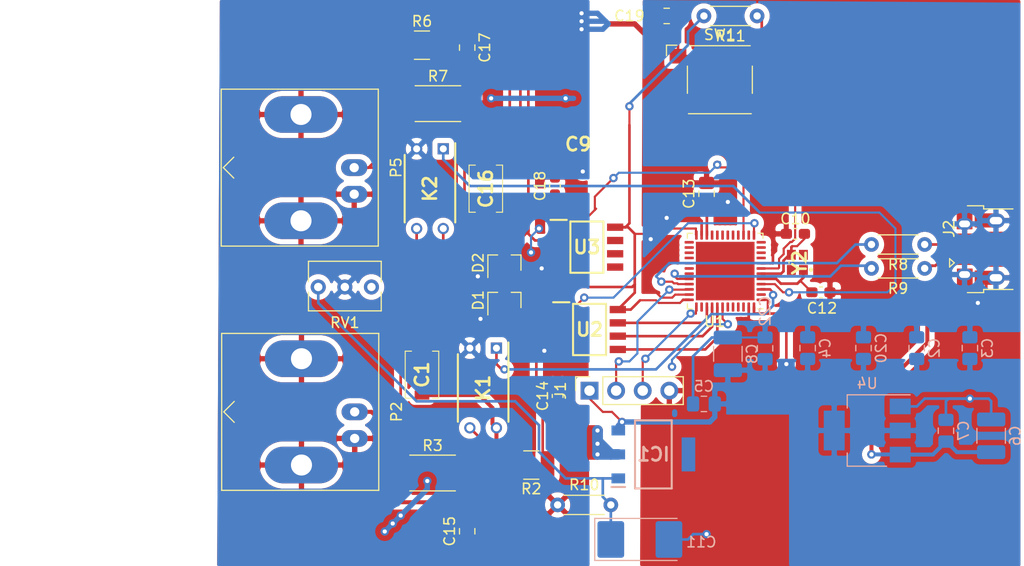
<source format=kicad_pcb>
(kicad_pcb (version 20171130) (host pcbnew "(5.1.9)-1")
  (layers (0 F.Cu signal) (31 B.Cu signal) (34 B.Paste user) (35 F.Paste user) (36 B.SilkS user) (37 F.SilkS user) (38 B.Mask user) (39 F.Mask user) (44 Edge.Cuts user))
  (net 0 "")
  (net 1 "Net-(C1-Pad2)")
  (net 2 "Net-(C1-Pad1)")
  (net 3 VDD)
  (net 4 GND)
  (net 5 +5V)
  (net 6 /PGND)
  (net 7 PH1)
  (net 8 "Net-(C11-Pad1)")
  (net 9 PH0)
  (net 10 VCAP1)
  (net 11 "Net-(C15-Pad2)")
  (net 12 "Net-(C16-Pad1)")
  (net 13 "Net-(C16-Pad2)")
  (net 14 "Net-(C17-Pad2)")
  (net 15 NRST)
  (net 16 "Net-(IC1-Pad4)")
  (net 17 /SWDIO)
  (net 18 /SWCLK)
  (net 19 /USB_FS_DM)
  (net 20 /USB_FS_DP)
  (net 21 C14)
  (net 22 C15)
  (net 23 PA12)
  (net 24 PA11)
  (net 25 "Net-(RV1-Pad3)")
  (net 26 "Net-(U1-Pad2)")
  (net 27 "Net-(U1-Pad10)")
  (net 28 "Net-(U1-Pad11)")
  (net 29 "Net-(U1-Pad12)")
  (net 30 /Analog_CH-1)
  (net 31 "Net-(U1-Pad14)")
  (net 32 /Analog_CH-2)
  (net 33 "Net-(U1-Pad16)")
  (net 34 "Net-(U1-Pad17)")
  (net 35 "Net-(U1-Pad18)")
  (net 36 "Net-(U1-Pad19)")
  (net 37 "Net-(U1-Pad20)")
  (net 38 "Net-(U1-Pad21)")
  (net 39 "Net-(U1-Pad25)")
  (net 40 "Net-(U1-Pad26)")
  (net 41 "Net-(U1-Pad27)")
  (net 42 "Net-(U1-Pad28)")
  (net 43 "Net-(U1-Pad29)")
  (net 44 "Net-(U1-Pad30)")
  (net 45 "Net-(U1-Pad31)")
  (net 46 "Net-(U1-Pad38)")
  (net 47 "Net-(U1-Pad39)")
  (net 48 "Net-(U1-Pad40)")
  (net 49 "Net-(U1-Pad41)")
  (net 50 "Net-(U1-Pad42)")
  (net 51 "Net-(U1-Pad43)")
  (net 52 "Net-(U1-Pad44)")
  (net 53 "Net-(U1-Pad45)")
  (net 54 "Net-(U1-Pad46)")
  (net 55 "Net-(Y2-Pad4)")
  (net 56 "Net-(Y2-Pad2)")
  (module Resistor_SMD:R_1210_3225Metric_Pad1.30x2.65mm_HandSolder (layer F.Cu) (at 108.738 107.442 180)
    (fp_text reference R2 (at 0 -2.28) (layer F.SilkS))
    (fp_text value 910K)
    (pad 1 smd roundrect (at -1.55 0 180) (size 1.3 2.65) (layers F.Cu F.Paste F.Mask) (roundrect_rratio 0.192308) (net 2 "Net-(C1-Pad1)"))
    (pad 2 smd roundrect (at 1.55 0 180) (size 1.3 2.65) (layers F.Cu F.Paste F.Mask) (roundrect_rratio 0.192308) (net 1 "Net-(C1-Pad2)"))
  )
  (module Resistor_SMD:R_1210_3225Metric_Pad1.30x2.65mm_HandSolder (layer F.Cu) (at 98.298 67.31)
    (fp_text reference R6 (at 0 -2.28) (layer F.SilkS))
    (fp_text value 910K)
    (pad 2 smd roundrect (at 1.55 0) (size 1.3 2.65) (layers F.Cu F.Paste F.Mask) (roundrect_rratio 0.192308) (net 13 "Net-(C16-Pad2)"))
    (pad 1 smd roundrect (at -1.55 0) (size 1.3 2.65) (layers F.Cu F.Paste F.Mask) (roundrect_rratio 0.192308) (net 12 "Net-(C16-Pad1)"))
  )
  (module footprints:SOT229P700X180-4N (layer B.Cu) (at 120.396 106.426)
    (fp_text reference IC1 (at 0 0) (layer B.SilkS) (effects (font (size 1.27 1.27) (thickness 0.254)) (justify mirror)))
    (fp_text value AMS1117-1.2 hide)
    (pad 4 smd rect (at 3.35 0) (size 1.3 3.25) (layers B.Cu B.Paste B.Mask) (net 16 "Net-(IC1-Pad4)"))
    (pad 3 smd rect (at -3.35 -2.29 270) (size 0.95 1.3) (layers B.Cu B.Paste B.Mask) (net 3 VDD))
    (pad 2 smd rect (at -3.35 0 270) (size 0.95 1.3) (layers B.Cu B.Paste B.Mask) (net 6 /PGND))
    (pad 1 smd rect (at -3.35 2.29 270) (size 0.95 1.3) (layers B.Cu B.Paste B.Mask) (net 8 "Net-(C11-Pad1)"))
  )
  (module Package_TO_SOT_SMD:SOT-223-3_TabPin2 (layer B.Cu) (at 140.818 104.14 180)
    (fp_text reference U4 (at 0 4.5 180) (layer B.SilkS) (effects (justify mirror)))
    (fp_text value LM1117-3.3)
    (pad 1 smd rect (at -3.15 2.3 180) (size 2 1.5) (layers B.Cu B.Paste B.Mask) (net 4 GND))
    (pad 3 smd rect (at -3.15 -2.3 180) (size 2 1.5) (layers B.Cu B.Paste B.Mask) (net 5 +5V))
    (pad 2 smd rect (at -3.15 0 180) (size 2 1.5) (layers B.Cu B.Paste B.Mask) (net 3 VDD))
    (pad 2 smd rect (at 3.15 0 180) (size 2 3.8) (layers B.Cu B.Paste B.Mask) (net 3 VDD))
  )
  (module footprints:JZ300 (layer F.Cu) (at 98.298 98.806 270)
    (fp_text reference C1 (at 0 0 90) (layer F.SilkS) (effects (font (size 1.27 1.27) (thickness 0.254))))
    (fp_text value "30pF var" hide)
    (pad 2 smd rect (at 1.95 0 270) (size 0.85 1.4) (layers F.Cu F.Paste F.Mask) (net 1 "Net-(C1-Pad2)"))
    (pad 1 smd rect (at -1.95 0 270) (size 0.85 1.4) (layers F.Cu F.Paste F.Mask) (net 2 "Net-(C1-Pad1)"))
  )
  (module Capacitor_SMD:C_0805_2012Metric_Pad1.18x1.45mm_HandSolder (layer B.Cu) (at 145.542 96.266 90)
    (fp_text reference C2 (at 0 1.68 270) (layer B.SilkS) (effects (justify mirror)))
    (fp_text value 100n)
    (pad 1 smd roundrect (at -1.0375 0 90) (size 1.175 1.45) (layers B.Cu B.Paste B.Mask) (roundrect_rratio 0.212766) (net 3 VDD))
    (pad 2 smd roundrect (at 1.0375 0 90) (size 1.175 1.45) (layers B.Cu B.Paste B.Mask) (roundrect_rratio 0.212766) (net 4 GND))
  )
  (module Capacitor_SMD:C_0805_2012Metric_Pad1.18x1.45mm_HandSolder (layer B.Cu) (at 150.622 96.266 90)
    (fp_text reference C3 (at 0 1.68 270) (layer B.SilkS) (effects (justify mirror)))
    (fp_text value 100n)
    (pad 2 smd roundrect (at 1.0375 0 90) (size 1.175 1.45) (layers B.Cu B.Paste B.Mask) (roundrect_rratio 0.212766) (net 4 GND))
    (pad 1 smd roundrect (at -1.0375 0 90) (size 1.175 1.45) (layers B.Cu B.Paste B.Mask) (roundrect_rratio 0.212766) (net 3 VDD))
  )
  (module Capacitor_SMD:C_0805_2012Metric_Pad1.18x1.45mm_HandSolder (layer B.Cu) (at 135.128 96.266 90)
    (fp_text reference C4 (at 0 1.68 270) (layer B.SilkS) (effects (justify mirror)))
    (fp_text value 100n)
    (pad 2 smd roundrect (at 1.0375 0 90) (size 1.175 1.45) (layers B.Cu B.Paste B.Mask) (roundrect_rratio 0.212766) (net 4 GND))
    (pad 1 smd roundrect (at -1.0375 0 90) (size 1.175 1.45) (layers B.Cu B.Paste B.Mask) (roundrect_rratio 0.212766) (net 3 VDD))
  )
  (module Capacitor_SMD:C_0805_2012Metric_Pad1.18x1.45mm_HandSolder (layer B.Cu) (at 125.222 101.6 180)
    (fp_text reference C5 (at 0 1.68) (layer B.SilkS) (effects (justify mirror)))
    (fp_text value 4.7uF)
    (pad 1 smd roundrect (at -1.0375 0 180) (size 1.175 1.45) (layers B.Cu B.Paste B.Mask) (roundrect_rratio 0.212766) (net 3 VDD))
    (pad 2 smd roundrect (at 1.0375 0 180) (size 1.175 1.45) (layers B.Cu B.Paste B.Mask) (roundrect_rratio 0.212766) (net 4 GND))
  )
  (module Capacitor_SMD:C_1210_3225Metric_Pad1.33x2.70mm_HandSolder (layer B.Cu) (at 152.654 104.648 90)
    (fp_text reference C6 (at 0 2.3 90) (layer B.SilkS) (effects (justify mirror)))
    (fp_text value 10u)
    (pad 1 smd roundrect (at -1.5625 0 90) (size 1.325 2.7) (layers B.Cu B.Paste B.Mask) (roundrect_rratio 0.188679) (net 5 +5V))
    (pad 2 smd roundrect (at 1.5625 0 90) (size 1.325 2.7) (layers B.Cu B.Paste B.Mask) (roundrect_rratio 0.188679) (net 4 GND))
  )
  (module Capacitor_SMD:C_0805_2012Metric_Pad1.18x1.45mm_HandSolder (layer B.Cu) (at 148.336 104.1615 90)
    (fp_text reference C7 (at 0 1.68 90) (layer B.SilkS) (effects (justify mirror)))
    (fp_text value 100n)
    (pad 2 smd roundrect (at 1.0375 0 90) (size 1.175 1.45) (layers B.Cu B.Paste B.Mask) (roundrect_rratio 0.212766) (net 4 GND))
    (pad 1 smd roundrect (at -1.0375 0 90) (size 1.175 1.45) (layers B.Cu B.Paste B.Mask) (roundrect_rratio 0.212766) (net 5 +5V))
  )
  (module Capacitor_SMD:C_1210_3225Metric_Pad1.33x2.70mm_HandSolder (layer B.Cu) (at 127.508 96.8125 90)
    (fp_text reference C8 (at 0 2.3 90) (layer B.SilkS) (effects (justify mirror)))
    (fp_text value 10u)
    (pad 2 smd roundrect (at 1.5625 0 90) (size 1.325 2.7) (layers B.Cu B.Paste B.Mask) (roundrect_rratio 0.188679) (net 4 GND))
    (pad 1 smd roundrect (at -1.5625 0 90) (size 1.325 2.7) (layers B.Cu B.Paste B.Mask) (roundrect_rratio 0.188679) (net 3 VDD))
  )
  (module footprints:CAPC1005X55N (layer F.Cu) (at 113.216 78.232)
    (fp_text reference C9 (at 0 -1.45) (layer F.SilkS) (effects (font (size 1.27 1.27) (thickness 0.254))))
    (fp_text value 470nF hide)
    (pad 2 smd rect (at 0.44 0 90) (size 0.62 0.65) (layers F.Cu F.Paste F.Mask) (net 4 GND))
    (pad 1 smd rect (at -0.44 0 90) (size 0.62 0.65) (layers F.Cu F.Paste F.Mask) (net 6 /PGND))
  )
  (module Capacitor_SMD:C_0603_1608Metric_Pad1.08x0.95mm_HandSolder (layer F.Cu) (at 133.9585 85.344)
    (fp_text reference C10 (at 0 -1.43) (layer F.SilkS))
    (fp_text value 12pF)
    (pad 2 smd roundrect (at 0.8625 0) (size 1.075 0.95) (layers F.Cu F.Paste F.Mask) (net 7 PH1))
    (pad 1 smd roundrect (at -0.8625 0) (size 1.075 0.95) (layers F.Cu F.Paste F.Mask) (net 4 GND))
  )
  (module Capacitor_Tantalum_SMD:CP_EIA-7132-20_AVX-U (layer B.Cu) (at 119.107 114.554)
    (fp_text reference C11 (at 5.861 0.254) (layer B.SilkS) (effects (justify mirror)))
    (fp_text value 47uF)
    (pad 1 smd roundrect (at -2.775 0) (size 2.55 3.5) (layers B.Cu B.Paste B.Mask) (roundrect_rratio 0.098039) (net 8 "Net-(C11-Pad1)"))
    (pad 2 smd roundrect (at 2.775 0) (size 2.55 3.5) (layers B.Cu B.Paste B.Mask) (roundrect_rratio 0.098039) (net 4 GND))
  )
  (module Capacitor_SMD:C_0603_1608Metric_Pad1.08x0.95mm_HandSolder (layer F.Cu) (at 136.398 90.932 180)
    (fp_text reference C12 (at -0.1005 -1.524) (layer F.SilkS))
    (fp_text value 12pF)
    (pad 1 smd roundrect (at -0.8625 0 180) (size 1.075 0.95) (layers F.Cu F.Paste F.Mask) (net 4 GND))
    (pad 2 smd roundrect (at 0.8625 0 180) (size 1.075 0.95) (layers F.Cu F.Paste F.Mask) (net 9 PH0))
  )
  (module Capacitor_SMD:C_0805_2012Metric_Pad1.18x1.45mm_HandSolder (layer F.Cu) (at 125.476 81.5125 90)
    (fp_text reference C13 (at 0 -1.68 90) (layer F.SilkS))
    (fp_text value 4.7uF)
    (pad 1 smd roundrect (at -1.0375 0 90) (size 1.175 1.45) (layers F.Cu F.Paste F.Mask) (roundrect_rratio 0.212766) (net 10 VCAP1))
    (pad 2 smd roundrect (at 1.0375 0 90) (size 1.175 1.45) (layers F.Cu F.Paste F.Mask) (roundrect_rratio 0.212766) (net 4 GND))
  )
  (module Capacitor_SMD:C_0603_1608Metric_Pad1.08x0.95mm_HandSolder (layer F.Cu) (at 111.252 100.838 90)
    (fp_text reference C14 (at 0 -1.43 90) (layer F.SilkS))
    (fp_text value 47pF)
    (pad 2 smd roundrect (at 0.8625 0 90) (size 1.075 0.95) (layers F.Cu F.Paste F.Mask) (net 6 /PGND))
    (pad 1 smd roundrect (at -0.8625 0 90) (size 1.075 0.95) (layers F.Cu F.Paste F.Mask) (net 2 "Net-(C1-Pad1)"))
  )
  (module Capacitor_SMD:C_0805_2012Metric_Pad1.18x1.45mm_HandSolder (layer F.Cu) (at 102.616 113.7705 90)
    (fp_text reference C15 (at 0 -1.68 90) (layer F.SilkS))
    (fp_text value 100nF)
    (pad 2 smd roundrect (at 1.0375 0 90) (size 1.175 1.45) (layers F.Cu F.Paste F.Mask) (roundrect_rratio 0.212766) (net 11 "Net-(C15-Pad2)"))
    (pad 1 smd roundrect (at -1.0375 0 90) (size 1.175 1.45) (layers F.Cu F.Paste F.Mask) (roundrect_rratio 0.212766) (net 1 "Net-(C1-Pad2)"))
  )
  (module footprints:JZ300 (layer F.Cu) (at 104.394 81.026 90)
    (fp_text reference C16 (at 0 0 90) (layer F.SilkS) (effects (font (size 1.27 1.27) (thickness 0.254))))
    (fp_text value "30pF var" hide)
    (pad 1 smd rect (at -1.95 0 90) (size 0.85 1.4) (layers F.Cu F.Paste F.Mask) (net 12 "Net-(C16-Pad1)"))
    (pad 2 smd rect (at 1.95 0 90) (size 0.85 1.4) (layers F.Cu F.Paste F.Mask) (net 13 "Net-(C16-Pad2)"))
  )
  (module Capacitor_SMD:C_0805_2012Metric_Pad1.18x1.45mm_HandSolder (layer F.Cu) (at 102.616 67.5425 270)
    (fp_text reference C17 (at 0 -1.68 90) (layer F.SilkS))
    (fp_text value 100nF)
    (pad 1 smd roundrect (at -1.0375 0 270) (size 1.175 1.45) (layers F.Cu F.Paste F.Mask) (roundrect_rratio 0.212766) (net 13 "Net-(C16-Pad2)"))
    (pad 2 smd roundrect (at 1.0375 0 270) (size 1.175 1.45) (layers F.Cu F.Paste F.Mask) (roundrect_rratio 0.212766) (net 14 "Net-(C17-Pad2)"))
  )
  (module Capacitor_SMD:C_0603_1608Metric_Pad1.08x0.95mm_HandSolder (layer F.Cu) (at 110.998 80.772 90)
    (fp_text reference C18 (at 0 -1.43 90) (layer F.SilkS))
    (fp_text value 47pF)
    (pad 1 smd roundrect (at -0.8625 0 90) (size 1.075 0.95) (layers F.Cu F.Paste F.Mask) (net 12 "Net-(C16-Pad1)"))
    (pad 2 smd roundrect (at 0.8625 0 90) (size 1.075 0.95) (layers F.Cu F.Paste F.Mask) (net 6 /PGND))
  )
  (module Capacitor_SMD:C_0805_2012Metric_Pad1.18x1.45mm_HandSolder (layer F.Cu) (at 121.666 64.516)
    (fp_text reference C19 (at -3.556 0) (layer F.SilkS))
    (fp_text value 0.1uF)
    (pad 1 smd roundrect (at -1.0375 0) (size 1.175 1.45) (layers F.Cu F.Paste F.Mask) (roundrect_rratio 0.212766) (net 4 GND))
    (pad 2 smd roundrect (at 1.0375 0) (size 1.175 1.45) (layers F.Cu F.Paste F.Mask) (roundrect_rratio 0.212766) (net 15 NRST))
  )
  (module Capacitor_SMD:C_0805_2012Metric_Pad1.18x1.45mm_HandSolder (layer B.Cu) (at 140.462 96.266 90)
    (fp_text reference C20 (at 0 1.68 270) (layer B.SilkS) (effects (justify mirror)))
    (fp_text value 100n)
    (pad 1 smd roundrect (at -1.0375 0 90) (size 1.175 1.45) (layers B.Cu B.Paste B.Mask) (roundrect_rratio 0.212766) (net 3 VDD))
    (pad 2 smd roundrect (at 1.0375 0 90) (size 1.175 1.45) (layers B.Cu B.Paste B.Mask) (roundrect_rratio 0.212766) (net 4 GND))
  )
  (module Capacitor_SMD:C_0805_2012Metric_Pad1.18x1.45mm_HandSolder (layer B.Cu) (at 131.064 96.2875 90)
    (fp_text reference C22 (at 3.556 0 270) (layer B.SilkS) (effects (justify mirror)))
    (fp_text value 1uF)
    (pad 2 smd roundrect (at 1.0375 0 90) (size 1.175 1.45) (layers B.Cu B.Paste B.Mask) (roundrect_rratio 0.212766) (net 4 GND))
    (pad 1 smd roundrect (at -1.0375 0 90) (size 1.175 1.45) (layers B.Cu B.Paste B.Mask) (roundrect_rratio 0.212766) (net 3 VDD))
  )
  (module Package_TO_SOT_SMD:SOT-23 (layer F.Cu) (at 106.172 91.694 90)
    (fp_text reference D1 (at 0 -2.5 90) (layer F.SilkS))
    (fp_text value BAV99)
    (pad 1 smd rect (at -1 -0.95 90) (size 0.9 0.8) (layers F.Cu F.Paste F.Mask) (net 4 GND))
    (pad 2 smd rect (at -1 0.95 90) (size 0.9 0.8) (layers F.Cu F.Paste F.Mask) (net 3 VDD))
    (pad 3 smd rect (at 1 0 90) (size 0.9 0.8) (layers F.Cu F.Paste F.Mask) (net 2 "Net-(C1-Pad1)"))
  )
  (module Package_TO_SOT_SMD:SOT-23 (layer F.Cu) (at 106.172 88.122 90)
    (fp_text reference D2 (at 0 -2.5 90) (layer F.SilkS))
    (fp_text value BAV99)
    (pad 3 smd rect (at 1 0 90) (size 0.9 0.8) (layers F.Cu F.Paste F.Mask) (net 12 "Net-(C16-Pad1)"))
    (pad 2 smd rect (at -1 0.95 90) (size 0.9 0.8) (layers F.Cu F.Paste F.Mask) (net 3 VDD))
    (pad 1 smd rect (at -1 -0.95 90) (size 0.9 0.8) (layers F.Cu F.Paste F.Mask) (net 4 GND))
  )
  (module Connector_PinSocket_2.54mm:PinSocket_1x04_P2.54mm_Vertical (layer F.Cu) (at 114.3 100.33 90)
    (fp_text reference J1 (at 0 -2.77 90) (layer F.SilkS))
    (fp_text value SW)
    (pad 1 thru_hole rect (at 0 0 90) (size 1.7 1.7) (drill 1) (layers *.Cu *.Mask) (net 3 VDD))
    (pad 2 thru_hole oval (at 0 2.54 90) (size 1.7 1.7) (drill 1) (layers *.Cu *.Mask) (net 17 /SWDIO))
    (pad 3 thru_hole oval (at 0 5.08 90) (size 1.7 1.7) (drill 1) (layers *.Cu *.Mask) (net 18 /SWCLK))
    (pad 4 thru_hole oval (at 0 7.62 90) (size 1.7 1.7) (drill 1) (layers *.Cu *.Mask) (net 4 GND))
  )
  (module Connector_USB:USB_Micro-B_Amphenol_10103594-0001LF_Horizontal (layer F.Cu) (at 151.999 86.787 90)
    (fp_text reference J2 (at 1.925 -3.365 90) (layer F.SilkS))
    (fp_text value USB_B_Micro)
    (pad 6 smd rect (at 2.725 0.185 90) (size 1.35 2) (layers F.Cu F.Paste F.Mask) (net 4 GND))
    (pad 6 smd rect (at -2.755 0.185 90) (size 1.35 2) (layers F.Cu F.Paste F.Mask) (net 4 GND))
    (pad 6 smd rect (at -2.975 -0.565 90) (size 1.825 0.7) (layers F.Cu F.Paste F.Mask) (net 4 GND))
    (pad 6 smd rect (at 2.975 -0.565 90) (size 1.825 0.7) (layers F.Cu F.Paste F.Mask) (net 4 GND))
    (pad 6 smd rect (at -2.875 -1.865 90) (size 2 1.5) (layers F.Cu F.Paste F.Mask) (net 4 GND))
    (pad 6 smd rect (at 2.875 -1.885 90) (size 2 1.5) (layers F.Cu F.Paste F.Mask) (net 4 GND))
    (pad 1 smd rect (at -1.325 -1.765 180) (size 1.65 0.4) (layers F.Cu F.Paste F.Mask) (net 5 +5V))
    (pad 2 smd rect (at -0.675 -1.765 180) (size 1.65 0.4) (layers F.Cu F.Paste F.Mask) (net 19 /USB_FS_DM))
    (pad 3 smd rect (at -0.025 -1.765 180) (size 1.65 0.4) (layers F.Cu F.Paste F.Mask) (net 20 /USB_FS_DP))
    (pad 4 smd rect (at 0.625 -1.765 180) (size 1.65 0.4) (layers F.Cu F.Paste F.Mask) (net 4 GND))
    (pad 5 smd rect (at 1.275 -1.765 180) (size 1.65 0.4) (layers F.Cu F.Paste F.Mask) (net 4 GND))
    (pad 6 thru_hole oval (at -2.445 -1.885 180) (size 1.5 1.1) (drill oval 1.05 0.65) (layers *.Cu *.Mask) (net 4 GND))
    (pad 6 thru_hole oval (at 2.395 -1.885 180) (size 1.5 1.1) (drill oval 1.05 0.65) (layers *.Cu *.Mask) (net 4 GND))
    (pad 6 thru_hole oval (at -2.755 1.115 180) (size 1.7 1.35) (drill oval 1.2 0.7) (layers *.Cu *.Mask) (net 4 GND))
    (pad 6 thru_hole oval (at 2.705 1.115 180) (size 1.7 1.35) (drill oval 1.2 0.7) (layers *.Cu *.Mask) (net 4 GND))
    (pad 6 smd rect (at -0.985 1.385 180) (size 2.5 1.43) (layers F.Cu F.Paste F.Mask) (net 4 GND))
    (pad 6 smd rect (at 0.935 1.385 180) (size 2.5 1.43) (layers F.Cu F.Paste F.Mask) (net 4 GND))
  )
  (module footprints:DIP762W47P254L478H340Q4N (layer F.Cu) (at 104.14 100.076 270)
    (fp_text reference K1 (at 0 0 90) (layer F.SilkS) (effects (font (size 1.27 1.27) (thickness 0.254))))
    (fp_text value AQY210EH hide)
    (pad 4 thru_hole circle (at 3.81 -1.27 270) (size 1.07 1.07) (drill 0.67) (layers *.Cu *.Mask) (net 1 "Net-(C1-Pad2)"))
    (pad 3 thru_hole circle (at 3.81 1.27 270) (size 1.07 1.07) (drill 0.67) (layers *.Cu *.Mask) (net 11 "Net-(C15-Pad2)"))
    (pad 2 thru_hole circle (at -3.81 1.27 270) (size 1.07 1.07) (drill 0.67) (layers *.Cu *.Mask) (net 4 GND))
    (pad 1 thru_hole rect (at -3.81 -1.27 270) (size 1.07 1.07) (drill 0.67) (layers *.Cu *.Mask) (net 21 C14))
  )
  (module footprints:DIP762W47P254L478H340Q4N (layer F.Cu) (at 99.06 81.026 270)
    (fp_text reference K2 (at 0 0 90) (layer F.SilkS) (effects (font (size 1.27 1.27) (thickness 0.254))))
    (fp_text value AQY210EH hide)
    (pad 1 thru_hole rect (at -3.81 -1.27 270) (size 1.07 1.07) (drill 0.67) (layers *.Cu *.Mask) (net 22 C15))
    (pad 2 thru_hole circle (at -3.81 1.27 270) (size 1.07 1.07) (drill 0.67) (layers *.Cu *.Mask) (net 4 GND))
    (pad 3 thru_hole circle (at 3.81 1.27 270) (size 1.07 1.07) (drill 0.67) (layers *.Cu *.Mask) (net 14 "Net-(C17-Pad2)"))
    (pad 4 thru_hole circle (at 3.81 -1.27 270) (size 1.07 1.07) (drill 0.67) (layers *.Cu *.Mask) (net 13 "Net-(C16-Pad2)"))
  )
  (module Connector_Coaxial:BNC_Amphenol_B6252HB-NPP3G-50_Horizontal (layer F.Cu) (at 91.87 102.36 90)
    (fp_text reference P2 (at 0 4 90) (layer F.SilkS))
    (fp_text value CH_1)
    (pad 2 thru_hole oval (at -2.54 0 90) (size 1.6 2.5) (drill 0.89) (layers *.Cu *.Mask) (net 6 /PGND))
    (pad 1 thru_hole oval (at 0 0 90) (size 1.6 2.5) (drill 0.89) (layers *.Cu *.Mask) (net 11 "Net-(C15-Pad2)"))
    (pad 2 thru_hole oval (at 5.08 -5.08 90) (size 3.5 7) (drill 2.01) (layers *.Cu *.Mask) (net 6 /PGND))
    (pad 2 thru_hole oval (at -5.08 -5.08 90) (size 3.5 7) (drill 2.01) (layers *.Cu *.Mask) (net 6 /PGND))
  )
  (module Connector_Coaxial:BNC_Amphenol_B6252HB-NPP3G-50_Horizontal (layer F.Cu) (at 91.825001 79.014999 90)
    (fp_text reference P5 (at 0 4 90) (layer F.SilkS))
    (fp_text value CH_2)
    (pad 2 thru_hole oval (at -5.08 -5.08 90) (size 3.5 7) (drill 2.01) (layers *.Cu *.Mask) (net 6 /PGND))
    (pad 2 thru_hole oval (at 5.08 -5.08 90) (size 3.5 7) (drill 2.01) (layers *.Cu *.Mask) (net 6 /PGND))
    (pad 1 thru_hole oval (at 0 0 90) (size 1.6 2.5) (drill 0.89) (layers *.Cu *.Mask) (net 14 "Net-(C17-Pad2)"))
    (pad 2 thru_hole oval (at -2.54 0 90) (size 1.6 2.5) (drill 0.89) (layers *.Cu *.Mask) (net 6 /PGND))
  )
  (module Resistor_SMD:R_2512_6332Metric_Pad1.40x3.35mm_HandSolder (layer F.Cu) (at 99.314 108.204)
    (fp_text reference R3 (at 0 -2.62) (layer F.SilkS))
    (fp_text value 100K)
    (pad 2 smd roundrect (at 3.05 0) (size 1.4 3.35) (layers F.Cu F.Paste F.Mask) (roundrect_rratio 0.178571) (net 6 /PGND))
    (pad 1 smd roundrect (at -3.05 0) (size 1.4 3.35) (layers F.Cu F.Paste F.Mask) (roundrect_rratio 0.178571) (net 2 "Net-(C1-Pad1)"))
  )
  (module Resistor_SMD:R_2512_6332Metric_Pad1.40x3.35mm_HandSolder (layer F.Cu) (at 99.822 72.898)
    (fp_text reference R7 (at 0 -2.62) (layer F.SilkS))
    (fp_text value 100K)
    (pad 1 smd roundrect (at -3.05 0) (size 1.4 3.35) (layers F.Cu F.Paste F.Mask) (roundrect_rratio 0.178571) (net 12 "Net-(C16-Pad1)"))
    (pad 2 smd roundrect (at 3.05 0) (size 1.4 3.35) (layers F.Cu F.Paste F.Mask) (roundrect_rratio 0.178571) (net 6 /PGND))
  )
  (module Resistor_THT:R_Axial_DIN0204_L3.6mm_D1.6mm_P5.08mm_Horizontal (layer F.Cu) (at 146.304 86.36 180)
    (fp_text reference R8 (at 2.54 -1.92) (layer F.SilkS))
    (fp_text value 10)
    (pad 2 thru_hole oval (at 5.08 0 180) (size 1.4 1.4) (drill 0.7) (layers *.Cu *.Mask) (net 23 PA12))
    (pad 1 thru_hole circle (at 0 0 180) (size 1.4 1.4) (drill 0.7) (layers *.Cu *.Mask) (net 20 /USB_FS_DP))
  )
  (module Resistor_THT:R_Axial_DIN0204_L3.6mm_D1.6mm_P5.08mm_Horizontal (layer F.Cu) (at 146.304 88.646 180)
    (fp_text reference R9 (at 2.54 -1.92) (layer F.SilkS))
    (fp_text value 10)
    (pad 1 thru_hole circle (at 0 0 180) (size 1.4 1.4) (drill 0.7) (layers *.Cu *.Mask) (net 19 /USB_FS_DM))
    (pad 2 thru_hole oval (at 5.08 0 180) (size 1.4 1.4) (drill 0.7) (layers *.Cu *.Mask) (net 24 PA11))
  )
  (module Resistor_THT:R_Axial_DIN0204_L3.6mm_D1.6mm_P5.08mm_Horizontal (layer F.Cu) (at 111.252 111.252)
    (fp_text reference R10 (at 2.54 -1.92 180) (layer F.SilkS))
    (fp_text value 1K)
    (pad 1 thru_hole circle (at 0 0) (size 1.4 1.4) (drill 0.7) (layers *.Cu *.Mask) (net 6 /PGND))
    (pad 2 thru_hole oval (at 5.08 0) (size 1.4 1.4) (drill 0.7) (layers *.Cu *.Mask) (net 8 "Net-(C11-Pad1)"))
  )
  (module Potentiometer_THT:Potentiometer_Bourns_3266Y_Vertical (layer F.Cu) (at 88.392 90.424 180)
    (fp_text reference RV1 (at -2.54 -3.41) (layer F.SilkS))
    (fp_text value 1K)
    (pad 1 thru_hole circle (at 0 0 180) (size 1.44 1.44) (drill 0.8) (layers *.Cu *.Mask) (net 8 "Net-(C11-Pad1)"))
    (pad 2 thru_hole circle (at -2.54 0 180) (size 1.44 1.44) (drill 0.8) (layers *.Cu *.Mask) (net 4 GND))
    (pad 3 thru_hole circle (at -5.08 0 180) (size 1.44 1.44) (drill 0.8) (layers *.Cu *.Mask) (net 25 "Net-(RV1-Pad3)"))
  )
  (module Button_Switch_SMD:SW_SPST_Omron_B3FS-100xP (layer F.Cu) (at 126.746 70.612)
    (fp_text reference SW1 (at 0 -4.3) (layer F.SilkS))
    (fp_text value SW_MEC_5E)
    (pad 2 smd rect (at 4 -2.25 180) (size 1.6 1.4) (layers F.Cu F.Paste F.Mask) (net 15 NRST))
    (pad 1 smd rect (at -4 -2.25 180) (size 1.6 1.4) (layers F.Cu F.Paste F.Mask) (net 15 NRST))
    (pad 4 smd rect (at 4 2.25 180) (size 1.6 1.4) (layers F.Cu F.Paste F.Mask) (net 4 GND))
    (pad 3 smd rect (at -4 2.25 180) (size 1.6 1.4) (layers F.Cu F.Paste F.Mask) (net 4 GND))
  )
  (module Package_DFN_QFN:QFN-48-1EP_7x7mm_P0.5mm_EP5.6x5.6mm (layer F.Cu) (at 127.254 88.9 180)
    (fp_text reference U1 (at 1.016 -4.826) (layer F.SilkS))
    (fp_text value STM32F411CEU6_-_UFQFPN48)
    (pad 1 smd roundrect (at -3.4375 -2.75 180) (size 0.875 0.25) (layers F.Cu F.Paste F.Mask) (net 3 VDD))
    (pad 2 smd roundrect (at -3.4375 -2.25 180) (size 0.875 0.25) (layers F.Cu F.Paste F.Mask) (net 26 "Net-(U1-Pad2)"))
    (pad 3 smd roundrect (at -3.4375 -1.75 180) (size 0.875 0.25) (layers F.Cu F.Paste F.Mask) (net 21 C14))
    (pad 4 smd roundrect (at -3.4375 -1.25 180) (size 0.875 0.25) (layers F.Cu F.Paste F.Mask) (net 22 C15))
    (pad 5 smd roundrect (at -3.4375 -0.75 180) (size 0.875 0.25) (layers F.Cu F.Paste F.Mask) (net 9 PH0))
    (pad 6 smd roundrect (at -3.4375 -0.25 180) (size 0.875 0.25) (layers F.Cu F.Paste F.Mask) (net 7 PH1))
    (pad 7 smd roundrect (at -3.4375 0.25 180) (size 0.875 0.25) (layers F.Cu F.Paste F.Mask) (net 15 NRST))
    (pad 8 smd roundrect (at -3.4375 0.75 180) (size 0.875 0.25) (layers F.Cu F.Paste F.Mask) (net 4 GND))
    (pad 9 smd roundrect (at -3.4375 1.25 180) (size 0.875 0.25) (layers F.Cu F.Paste F.Mask) (net 3 VDD))
    (pad 10 smd roundrect (at -3.4375 1.75 180) (size 0.875 0.25) (layers F.Cu F.Paste F.Mask) (net 27 "Net-(U1-Pad10)"))
    (pad 11 smd roundrect (at -3.4375 2.25 180) (size 0.875 0.25) (layers F.Cu F.Paste F.Mask) (net 28 "Net-(U1-Pad11)"))
    (pad 12 smd roundrect (at -3.4375 2.75 180) (size 0.875 0.25) (layers F.Cu F.Paste F.Mask) (net 29 "Net-(U1-Pad12)"))
    (pad 13 smd roundrect (at -2.75 3.4375 180) (size 0.25 0.875) (layers F.Cu F.Paste F.Mask) (net 30 /Analog_CH-1))
    (pad 14 smd roundrect (at -2.25 3.4375 180) (size 0.25 0.875) (layers F.Cu F.Paste F.Mask) (net 31 "Net-(U1-Pad14)"))
    (pad 15 smd roundrect (at -1.75 3.4375 180) (size 0.25 0.875) (layers F.Cu F.Paste F.Mask) (net 32 /Analog_CH-2))
    (pad 16 smd roundrect (at -1.25 3.4375 180) (size 0.25 0.875) (layers F.Cu F.Paste F.Mask) (net 33 "Net-(U1-Pad16)"))
    (pad 17 smd roundrect (at -0.75 3.4375 180) (size 0.25 0.875) (layers F.Cu F.Paste F.Mask) (net 34 "Net-(U1-Pad17)"))
    (pad 18 smd roundrect (at -0.25 3.4375 180) (size 0.25 0.875) (layers F.Cu F.Paste F.Mask) (net 35 "Net-(U1-Pad18)"))
    (pad 19 smd roundrect (at 0.25 3.4375 180) (size 0.25 0.875) (layers F.Cu F.Paste F.Mask) (net 36 "Net-(U1-Pad19)"))
    (pad 20 smd roundrect (at 0.75 3.4375 180) (size 0.25 0.875) (layers F.Cu F.Paste F.Mask) (net 37 "Net-(U1-Pad20)"))
    (pad 21 smd roundrect (at 1.25 3.4375 180) (size 0.25 0.875) (layers F.Cu F.Paste F.Mask) (net 38 "Net-(U1-Pad21)"))
    (pad 22 smd roundrect (at 1.75 3.4375 180) (size 0.25 0.875) (layers F.Cu F.Paste F.Mask) (net 10 VCAP1))
    (pad 23 smd roundrect (at 2.25 3.4375 180) (size 0.25 0.875) (layers F.Cu F.Paste F.Mask) (net 4 GND))
    (pad 24 smd roundrect (at 2.75 3.4375 180) (size 0.25 0.875) (layers F.Cu F.Paste F.Mask) (net 3 VDD))
    (pad 25 smd roundrect (at 3.4375 2.75 180) (size 0.875 0.25) (layers F.Cu F.Paste F.Mask) (net 39 "Net-(U1-Pad25)"))
    (pad 26 smd roundrect (at 3.4375 2.25 180) (size 0.875 0.25) (layers F.Cu F.Paste F.Mask) (net 40 "Net-(U1-Pad26)"))
    (pad 27 smd roundrect (at 3.4375 1.75 180) (size 0.875 0.25) (layers F.Cu F.Paste F.Mask) (net 41 "Net-(U1-Pad27)"))
    (pad 28 smd roundrect (at 3.4375 1.25 180) (size 0.875 0.25) (layers F.Cu F.Paste F.Mask) (net 42 "Net-(U1-Pad28)"))
    (pad 29 smd roundrect (at 3.4375 0.75 180) (size 0.875 0.25) (layers F.Cu F.Paste F.Mask) (net 43 "Net-(U1-Pad29)"))
    (pad 30 smd roundrect (at 3.4375 0.25 180) (size 0.875 0.25) (layers F.Cu F.Paste F.Mask) (net 44 "Net-(U1-Pad30)"))
    (pad 31 smd roundrect (at 3.4375 -0.25 180) (size 0.875 0.25) (layers F.Cu F.Paste F.Mask) (net 45 "Net-(U1-Pad31)"))
    (pad 32 smd roundrect (at 3.4375 -0.75 180) (size 0.875 0.25) (layers F.Cu F.Paste F.Mask) (net 24 PA11))
    (pad 33 smd roundrect (at 3.4375 -1.25 180) (size 0.875 0.25) (layers F.Cu F.Paste F.Mask) (net 23 PA12))
    (pad 34 smd roundrect (at 3.4375 -1.75 180) (size 0.875 0.25) (layers F.Cu F.Paste F.Mask) (net 17 /SWDIO))
    (pad 35 smd roundrect (at 3.4375 -2.25 180) (size 0.875 0.25) (layers F.Cu F.Paste F.Mask) (net 4 GND))
    (pad 36 smd roundrect (at 3.4375 -2.75 180) (size 0.875 0.25) (layers F.Cu F.Paste F.Mask) (net 3 VDD))
    (pad 37 smd roundrect (at 2.75 -3.4375 180) (size 0.25 0.875) (layers F.Cu F.Paste F.Mask) (net 18 /SWCLK))
    (pad 38 smd roundrect (at 2.25 -3.4375 180) (size 0.25 0.875) (layers F.Cu F.Paste F.Mask) (net 46 "Net-(U1-Pad38)"))
    (pad 39 smd roundrect (at 1.75 -3.4375 180) (size 0.25 0.875) (layers F.Cu F.Paste F.Mask) (net 47 "Net-(U1-Pad39)"))
    (pad 40 smd roundrect (at 1.25 -3.4375 180) (size 0.25 0.875) (layers F.Cu F.Paste F.Mask) (net 48 "Net-(U1-Pad40)"))
    (pad 41 smd roundrect (at 0.75 -3.4375 180) (size 0.25 0.875) (layers F.Cu F.Paste F.Mask) (net 49 "Net-(U1-Pad41)"))
    (pad 42 smd roundrect (at 0.25 -3.4375 180) (size 0.25 0.875) (layers F.Cu F.Paste F.Mask) (net 50 "Net-(U1-Pad42)"))
    (pad 43 smd roundrect (at -0.25 -3.4375 180) (size 0.25 0.875) (layers F.Cu F.Paste F.Mask) (net 51 "Net-(U1-Pad43)"))
    (pad 44 smd roundrect (at -0.75 -3.4375 180) (size 0.25 0.875) (layers F.Cu F.Paste F.Mask) (net 52 "Net-(U1-Pad44)"))
    (pad 45 smd roundrect (at -1.25 -3.4375 180) (size 0.25 0.875) (layers F.Cu F.Paste F.Mask) (net 53 "Net-(U1-Pad45)"))
    (pad 46 smd roundrect (at -1.75 -3.4375 180) (size 0.25 0.875) (layers F.Cu F.Paste F.Mask) (net 54 "Net-(U1-Pad46)"))
    (pad 47 smd roundrect (at -2.25 -3.4375 180) (size 0.25 0.875) (layers F.Cu F.Paste F.Mask) (net 4 GND))
    (pad 48 smd roundrect (at -2.75 -3.4375 180) (size 0.25 0.875) (layers F.Cu F.Paste F.Mask) (net 3 VDD))
    (pad 49 smd rect (at 0 0 180) (size 5.6 5.6) (layers F.Cu F.Mask))
  )
  (module footprints:SOIC127P600X175-8N (layer F.Cu) (at 114.3 94.488)
    (fp_text reference U2 (at 0 0) (layer F.SilkS) (effects (font (size 1.27 1.27) (thickness 0.254))))
    (fp_text value MCP6S21-I_SN hide)
    (pad 8 smd rect (at 2.7 -1.905 90) (size 0.7 1.55) (layers F.Cu F.Paste F.Mask) (net 3 VDD))
    (pad 7 smd rect (at 2.7 -0.635 90) (size 0.7 1.55) (layers F.Cu F.Paste F.Mask) (net 47 "Net-(U1-Pad39)"))
    (pad 6 smd rect (at 2.7 0.635 90) (size 0.7 1.55) (layers F.Cu F.Paste F.Mask) (net 48 "Net-(U1-Pad40)"))
    (pad 5 smd rect (at 2.7 1.905 90) (size 0.7 1.55) (layers F.Cu F.Paste F.Mask) (net 49 "Net-(U1-Pad41)"))
    (pad 4 smd rect (at -2.7 1.905 90) (size 0.7 1.55) (layers F.Cu F.Paste F.Mask) (net 4 GND))
    (pad 3 smd rect (at -2.7 0.635 90) (size 0.7 1.55) (layers F.Cu F.Paste F.Mask) (net 6 /PGND))
    (pad 2 smd rect (at -2.7 -0.635 90) (size 0.7 1.55) (layers F.Cu F.Paste F.Mask) (net 2 "Net-(C1-Pad1)"))
    (pad 1 smd rect (at -2.7 -1.905 90) (size 0.7 1.55) (layers F.Cu F.Paste F.Mask) (net 30 /Analog_CH-1))
  )
  (module footprints:SOIC127P600X175-8N (layer F.Cu) (at 114.046 86.614)
    (fp_text reference U3 (at 0 0) (layer F.SilkS) (effects (font (size 1.27 1.27) (thickness 0.254))))
    (fp_text value MCP6S21-I_SN hide)
    (pad 1 smd rect (at -2.7 -1.905 90) (size 0.7 1.55) (layers F.Cu F.Paste F.Mask) (net 32 /Analog_CH-2))
    (pad 2 smd rect (at -2.7 -0.635 90) (size 0.7 1.55) (layers F.Cu F.Paste F.Mask) (net 12 "Net-(C16-Pad1)"))
    (pad 3 smd rect (at -2.7 0.635 90) (size 0.7 1.55) (layers F.Cu F.Paste F.Mask) (net 6 /PGND))
    (pad 4 smd rect (at -2.7 1.905 90) (size 0.7 1.55) (layers F.Cu F.Paste F.Mask) (net 4 GND))
    (pad 5 smd rect (at 2.7 1.905 90) (size 0.7 1.55) (layers F.Cu F.Paste F.Mask) (net 50 "Net-(U1-Pad42)"))
    (pad 6 smd rect (at 2.7 0.635 90) (size 0.7 1.55) (layers F.Cu F.Paste F.Mask) (net 48 "Net-(U1-Pad40)"))
    (pad 7 smd rect (at 2.7 -0.635 90) (size 0.7 1.55) (layers F.Cu F.Paste F.Mask) (net 47 "Net-(U1-Pad39)"))
    (pad 8 smd rect (at 2.7 -1.905 90) (size 0.7 1.55) (layers F.Cu F.Paste F.Mask) (net 3 VDD))
  )
  (module footprints:CrystalSMD (layer F.Cu) (at 134.149 88.071 90)
    (fp_text reference Y2 (at 0 0.2 90) (layer F.SilkS) (effects (font (size 1.27 1.27) (thickness 0.254))))
    (fp_text value "25MHz 9PF" hide)
    (pad 4 smd rect (at -0.725 -0.575 90) (size 0.95 0.85) (layers F.Cu F.Paste F.Mask) (net 55 "Net-(Y2-Pad4)"))
    (pad 3 smd rect (at 0.725 -0.575 90) (size 0.95 0.85) (layers F.Cu F.Paste F.Mask) (net 7 PH1))
    (pad 2 smd rect (at 0.725 0.575 90) (size 0.95 0.85) (layers F.Cu F.Paste F.Mask) (net 56 "Net-(Y2-Pad2)"))
    (pad 1 smd rect (at -0.725 0.575 90) (size 0.95 0.85) (layers F.Cu F.Paste F.Mask) (net 9 PH0))
  )
  (module Resistor_THT:R_Axial_DIN0204_L3.6mm_D1.6mm_P5.08mm_Horizontal (layer F.Cu) (at 130.302 64.516 180)
    (fp_text reference R11 (at 2.54 -1.92) (layer F.SilkS))
    (fp_text value 10k)
    (pad 1 thru_hole circle (at 0 0 180) (size 1.4 1.4) (drill 0.7) (layers *.Cu *.Mask) (net 15 NRST))
    (pad 2 thru_hole oval (at 5.08 0 180) (size 1.4 1.4) (drill 0.7) (layers *.Cu *.Mask) (net 3 VDD))
  )
  (segment (start 122.428 102.362) (end 122.428 102.616) (width 0.508) (layer B.Cu) (net 0))
  (segment (start 107.188 112.014) (end 107.188 107.442) (width 0.381) (layer F.Cu) (net 1))
  (segment (start 104.394 114.808) (end 107.188 112.014) (width 0.381) (layer F.Cu) (net 1))
  (segment (start 102.616 114.808) (end 104.394 114.808) (width 0.381) (layer F.Cu) (net 1))
  (segment (start 105.41 103.886) (end 105.41 105.41) (width 0.381) (layer F.Cu) (net 1))
  (segment (start 105.41 105.41) (end 105.41 105.664) (width 0.254) (layer F.Cu) (net 1))
  (segment (start 105.41 105.664) (end 107.188 107.442) (width 0.381) (layer F.Cu) (net 1))
  (segment (start 98.298 100.756) (end 103.804 100.756) (width 0.381) (layer F.Cu) (net 1))
  (segment (start 103.804 100.756) (end 105.029 101.981) (width 0.381) (layer F.Cu) (net 1))
  (segment (start 105.029 103.505) (end 105.41 103.886) (width 0.381) (layer F.Cu) (net 1))
  (segment (start 105.029 101.981) (end 105.029 103.505) (width 0.381) (layer F.Cu) (net 1))
  (segment (start 98.298 96.856) (end 98.298 95.758) (width 0.254) (layer F.Cu) (net 2))
  (segment (start 98.298 95.758) (end 99.568 94.488) (width 0.254) (layer F.Cu) (net 2))
  (segment (start 105.918 94.488) (end 106.172 94.234) (width 0.254) (layer F.Cu) (net 2))
  (segment (start 110.363 93.853) (end 111.6 93.853) (width 0.254) (layer F.Cu) (net 2))
  (segment (start 109.982 94.234) (end 110.363 93.853) (width 0.254) (layer F.Cu) (net 2))
  (segment (start 109.22 94.234) (end 109.22 101.092) (width 0.254) (layer F.Cu) (net 2))
  (segment (start 106.172 94.234) (end 109.22 94.234) (width 0.254) (layer F.Cu) (net 2))
  (segment (start 109.22 94.234) (end 109.982 94.234) (width 0.254) (layer F.Cu) (net 2))
  (segment (start 109.8285 101.7005) (end 111.252 101.7005) (width 0.254) (layer F.Cu) (net 2))
  (segment (start 109.22 101.092) (end 109.8285 101.7005) (width 0.254) (layer F.Cu) (net 2))
  (segment (start 98.298 96.856) (end 97.2 96.856) (width 0.254) (layer F.Cu) (net 2))
  (segment (start 96.264 97.792) (end 96.264 108.204) (width 0.254) (layer F.Cu) (net 2))
  (segment (start 97.2 96.856) (end 96.264 97.792) (width 0.254) (layer F.Cu) (net 2))
  (segment (start 106.172 90.694) (end 103.362 90.694) (width 0.254) (layer F.Cu) (net 2))
  (segment (start 102.616 91.44) (end 102.616 94.488) (width 0.254) (layer F.Cu) (net 2))
  (segment (start 103.362 90.694) (end 102.616 91.44) (width 0.254) (layer F.Cu) (net 2))
  (segment (start 102.616 94.488) (end 105.918 94.488) (width 0.254) (layer F.Cu) (net 2))
  (segment (start 99.568 94.488) (end 102.616 94.488) (width 0.254) (layer F.Cu) (net 2))
  (segment (start 109.8285 106.9825) (end 110.288 107.442) (width 0.254) (layer F.Cu) (net 2))
  (segment (start 109.8285 101.7005) (end 109.8285 106.9825) (width 0.254) (layer F.Cu) (net 2))
  (segment (start 117 92.583) (end 118.618 90.965) (width 0.254) (layer F.Cu) (net 3))
  (segment (start 117.983 84.709) (end 116.746 84.709) (width 0.254) (layer F.Cu) (net 3))
  (segment (start 118.618 85.344) (end 117.983 84.709) (width 0.254) (layer F.Cu) (net 3))
  (segment (start 126.2595 101.6) (end 126.2595 102.8485) (width 0.508) (layer B.Cu) (net 3))
  (segment (start 125.78399 103.32401) (end 117.40199 103.32401) (width 0.508) (layer B.Cu) (net 3))
  (segment (start 126.2595 102.8485) (end 125.78399 103.32401) (width 0.508) (layer B.Cu) (net 3))
  (segment (start 117.046 103.68) (end 117.046 104.136) (width 0.508) (layer B.Cu) (net 3))
  (segment (start 117.40199 103.32401) (end 117.40199 103.32401) (width 0.508) (layer B.Cu) (net 3))
  (segment (start 130.004 92.3375) (end 130.004 92.92) (width 0.25) (layer F.Cu) (net 3))
  (segment (start 130.004 92.92) (end 130.048 92.964) (width 0.25) (layer F.Cu) (net 3))
  (via (at 103.886 93.472) (size 0.8) (drill 0.4) (layers F.Cu B.Cu) (net 4))
  (segment (start 104.444 93.472) (end 105.222 92.694) (width 0.254) (layer F.Cu) (net 4))
  (segment (start 103.886 93.472) (end 104.444 93.472) (width 0.254) (layer F.Cu) (net 4))
  (via (at 109.982 96.52) (size 0.8) (drill 0.4) (layers F.Cu B.Cu) (net 4))
  (segment (start 110.109 96.393) (end 109.982 96.52) (width 0.254) (layer F.Cu) (net 4))
  (segment (start 111.6 96.393) (end 110.109 96.393) (width 0.254) (layer F.Cu) (net 4))
  (via (at 109.728 88.646) (size 0.8) (drill 0.4) (layers F.Cu B.Cu) (net 4))
  (segment (start 109.855 88.519) (end 109.728 88.646) (width 0.254) (layer F.Cu) (net 4))
  (segment (start 111.346 88.519) (end 109.855 88.519) (width 0.254) (layer F.Cu) (net 4))
  (via (at 103.632 89.408) (size 0.8) (drill 0.4) (layers F.Cu B.Cu) (net 4))
  (segment (start 103.918 89.122) (end 103.632 89.408) (width 0.254) (layer F.Cu) (net 4))
  (segment (start 105.222 89.122) (end 103.918 89.122) (width 0.254) (layer F.Cu) (net 4))
  (via (at 151.384 91.948) (size 0.8) (drill 0.4) (layers F.Cu B.Cu) (net 4))
  (segment (start 152.184 91.148) (end 151.384 91.948) (width 0.254) (layer F.Cu) (net 4))
  (segment (start 152.184 89.542) (end 152.184 91.148) (width 0.254) (layer F.Cu) (net 4))
  (segment (start 151.384 91.948) (end 151.13 91.948) (width 0.254) (layer B.Cu) (net 4))
  (segment (start 151.13 91.948) (end 150.622 92.456) (width 0.254) (layer B.Cu) (net 4))
  (segment (start 151.384 91.948) (end 150.622 92.71) (width 0.254) (layer B.Cu) (net 4))
  (segment (start 150.622 92.71) (end 150.622 95.2285) (width 0.254) (layer B.Cu) (net 4))
  (segment (start 137.668 114.046) (end 125.476 114.046) (width 0.254) (layer F.Cu) (net 4))
  (segment (start 125.476 114.046) (end 125.476 114.046) (width 0.254) (layer F.Cu) (net 4))
  (via (at 125.476 114.046) (size 0.8) (drill 0.4) (layers F.Cu B.Cu) (net 4))
  (segment (start 121.882 114.554) (end 123.698 114.554) (width 0.254) (layer B.Cu) (net 4))
  (segment (start 124.206 114.046) (end 125.476 114.046) (width 0.254) (layer B.Cu) (net 4))
  (segment (start 123.698 114.554) (end 124.206 114.046) (width 0.254) (layer B.Cu) (net 4))
  (segment (start 150.622 101.092) (end 137.668 114.046) (width 0.254) (layer F.Cu) (net 4))
  (via (at 150.622 101.092) (size 0.8) (drill 0.4) (layers F.Cu B.Cu) (net 4))
  (segment (start 150.622 101.092) (end 152.4 101.092) (width 0.254) (layer B.Cu) (net 4))
  (segment (start 152.654 101.346) (end 152.654 103.0855) (width 0.254) (layer B.Cu) (net 4))
  (segment (start 152.4 101.092) (end 152.654 101.346) (width 0.254) (layer B.Cu) (net 4))
  (segment (start 150.622 101.092) (end 148.59 101.092) (width 0.254) (layer B.Cu) (net 4))
  (segment (start 148.336 101.346) (end 148.336 103.124) (width 0.254) (layer B.Cu) (net 4))
  (segment (start 148.59 101.092) (end 148.336 101.346) (width 0.254) (layer B.Cu) (net 4))
  (segment (start 150.622 101.092) (end 146.304 101.092) (width 0.254) (layer B.Cu) (net 4))
  (segment (start 145.556 101.84) (end 143.968 101.84) (width 0.254) (layer B.Cu) (net 4))
  (segment (start 146.304 101.092) (end 145.556 101.84) (width 0.254) (layer B.Cu) (net 4))
  (segment (start 125.004 85.4625) (end 125.004 84.364) (width 0.254) (layer F.Cu) (net 4))
  (segment (start 129.504 92.3375) (end 129.504 93.436) (width 0.254) (layer F.Cu) (net 4))
  (segment (start 127.508 95.25) (end 125.984 95.25) (width 0.254) (layer B.Cu) (net 4))
  (segment (start 124.1845 97.0495) (end 124.1845 101.6) (width 0.254) (layer B.Cu) (net 4))
  (segment (start 125.984 95.25) (end 124.1845 97.0495) (width 0.254) (layer B.Cu) (net 4))
  (segment (start 131.064 95.25) (end 131.064 93.726) (width 0.254) (layer B.Cu) (net 4))
  (segment (start 113.656 78.232) (end 113.656 79.384) (width 0.508) (layer F.Cu) (net 4))
  (segment (start 113.656 79.384) (end 113.656 79.384) (width 0.508) (layer F.Cu) (net 4))
  (via (at 113.656 79.384) (size 0.8) (drill 0.4) (layers F.Cu B.Cu) (net 4))
  (segment (start 130.6915 88.15) (end 131.56 88.15) (width 0.254) (layer F.Cu) (net 4))
  (segment (start 131.56 88.15) (end 131.814 88.15) (width 0.254) (layer F.Cu) (net 4))
  (segment (start 131.814 88.15) (end 131.826 88.138) (width 0.254) (layer F.Cu) (net 4))
  (segment (start 131.814 88.15) (end 131.814 86.626) (width 0.254) (layer F.Cu) (net 4))
  (segment (start 131.814 86.626) (end 131.826 86.614) (width 0.254) (layer F.Cu) (net 4))
  (segment (start 118.618 65.278) (end 119.634 66.294) (width 0.254) (layer F.Cu) (net 4))
  (segment (start 118.618 65.278) (end 119.888 66.548) (width 0.508) (layer F.Cu) (net 4))
  (segment (start 118.618 65.278) (end 116.078 65.278) (width 0.508) (layer F.Cu) (net 4))
  (via (at 113.538 64.262) (size 0.8) (drill 0.4) (layers F.Cu B.Cu) (net 4))
  (via (at 113.538 65.024) (size 0.8) (drill 0.4) (layers F.Cu B.Cu) (net 4))
  (via (at 113.538 65.786) (size 0.8) (drill 0.4) (layers F.Cu B.Cu) (net 4))
  (segment (start 115.062 64.262) (end 116.078 65.278) (width 0.508) (layer B.Cu) (net 4))
  (segment (start 113.538 64.262) (end 115.062 64.262) (width 0.508) (layer B.Cu) (net 4))
  (segment (start 115.824 65.024) (end 116.078 65.278) (width 0.508) (layer B.Cu) (net 4))
  (segment (start 113.538 65.024) (end 115.824 65.024) (width 0.508) (layer B.Cu) (net 4))
  (segment (start 115.57 65.786) (end 116.078 65.278) (width 0.508) (layer B.Cu) (net 4))
  (segment (start 113.538 65.786) (end 115.57 65.786) (width 0.508) (layer B.Cu) (net 4))
  (via (at 133.096 97.79) (size 0.8) (drill 0.4) (layers F.Cu B.Cu) (net 3))
  (segment (start 130.048 92.964) (end 130.302 92.964) (width 0.25) (layer F.Cu) (net 3))
  (segment (start 133.096 93.472) (end 133.096 97.79) (width 0.25) (layer F.Cu) (net 3))
  (segment (start 132.588 92.964) (end 133.096 93.472) (width 0.25) (layer F.Cu) (net 3))
  (segment (start 117 92.583) (end 118.237 92.583) (width 0.25) (layer F.Cu) (net 3))
  (segment (start 118.237 92.583) (end 119.126 91.694) (width 0.25) (layer F.Cu) (net 3))
  (segment (start 150.622 97.3035) (end 150.622 98.552) (width 0.25) (layer B.Cu) (net 3))
  (segment (start 150.622 98.552) (end 147.828 98.552) (width 0.25) (layer B.Cu) (net 3))
  (segment (start 116.746 84.709) (end 117.729 84.709) (width 0.25) (layer F.Cu) (net 3))
  (segment (start 117.729 84.709) (end 118.11 84.328) (width 0.25) (layer F.Cu) (net 3))
  (segment (start 118.11 84.328) (end 118.11 74.93) (width 0.25) (layer F.Cu) (net 3))
  (segment (start 107.122 92.694) (end 107.122 89.122) (width 0.25) (layer F.Cu) (net 3))
  (segment (start 107.122 92.694) (end 107.966 92.694) (width 0.25) (layer F.Cu) (net 3))
  (segment (start 107.966 92.694) (end 108.966 91.694) (width 0.25) (layer F.Cu) (net 3))
  (segment (start 108.966 91.694) (end 108.966 91.694) (width 0.25) (layer F.Cu) (net 3))
  (segment (start 108.966 91.694) (end 108.966 91.44) (width 0.25) (layer F.Cu) (net 3))
  (segment (start 108.966 91.44) (end 109.982 90.424) (width 0.25) (layer F.Cu) (net 3))
  (segment (start 118.364 90.424) (end 118.618 90.17) (width 0.25) (layer F.Cu) (net 3))
  (segment (start 109.982 90.424) (end 118.364 90.424) (width 0.25) (layer F.Cu) (net 3))
  (segment (start 118.618 90.17) (end 118.618 85.344) (width 0.254) (layer F.Cu) (net 3))
  (segment (start 118.618 90.965) (end 118.618 90.17) (width 0.254) (layer F.Cu) (net 3))
  (segment (start 145.542 97.3035) (end 145.542 99.314) (width 0.25) (layer B.Cu) (net 3))
  (segment (start 140.462 97.3035) (end 140.462 99.568) (width 0.25) (layer B.Cu) (net 3))
  (segment (start 135.128 97.3035) (end 135.128 99.568) (width 0.25) (layer B.Cu) (net 3))
  (segment (start 131.064 97.325) (end 131.064 99.568) (width 0.25) (layer B.Cu) (net 3))
  (segment (start 123.234 91.65) (end 123.19 91.694) (width 0.25) (layer F.Cu) (net 3))
  (segment (start 123.8165 91.65) (end 123.234 91.65) (width 0.25) (layer F.Cu) (net 3))
  (segment (start 118.618 85.344) (end 119.634 85.344) (width 0.2032) (layer F.Cu) (net 3))
  (segment (start 119.634 85.344) (end 120.142 84.836) (width 0.2032) (layer F.Cu) (net 3))
  (segment (start 120.142 84.836) (end 124.46 84.836) (width 0.2032) (layer F.Cu) (net 3))
  (segment (start 124.46 85.4185) (end 124.504 85.4625) (width 0.2032) (layer F.Cu) (net 3))
  (segment (start 124.46 84.836) (end 124.46 85.4185) (width 0.2032) (layer F.Cu) (net 3))
  (segment (start 117.40199 103.32401) (end 117.046 103.68) (width 0.508) (layer B.Cu) (net 3))
  (via (at 117.40199 103.32401) (size 0.8) (drill 0.4) (layers F.Cu B.Cu) (net 3))
  (segment (start 114.3 100.33) (end 114.3 101.092) (width 0.2032) (layer F.Cu) (net 3))
  (segment (start 114.3 101.092) (end 115.57 102.362) (width 0.2032) (layer F.Cu) (net 3))
  (segment (start 116.43998 102.362) (end 117.40199 103.32401) (width 0.2032) (layer F.Cu) (net 3))
  (segment (start 115.57 102.362) (end 116.43998 102.362) (width 0.2032) (layer F.Cu) (net 3))
  (segment (start 130.6915 91.65) (end 131.274 91.65) (width 0.2032) (layer F.Cu) (net 3))
  (segment (start 131.274 91.65) (end 131.318 91.694) (width 0.2032) (layer F.Cu) (net 3))
  (segment (start 131.318 91.694) (end 131.318 92.964) (width 0.2032) (layer F.Cu) (net 3))
  (segment (start 131.318 92.964) (end 132.588 92.964) (width 0.25) (layer F.Cu) (net 3))
  (segment (start 130.302 92.964) (end 131.318 92.964) (width 0.25) (layer F.Cu) (net 3))
  (segment (start 122.936 91.948) (end 123.19 91.694) (width 0.2032) (layer F.Cu) (net 3))
  (segment (start 120.904 91.948) (end 122.936 91.948) (width 0.2032) (layer F.Cu) (net 3))
  (segment (start 120.65 91.694) (end 120.904 91.948) (width 0.2032) (layer F.Cu) (net 3))
  (segment (start 119.126 91.694) (end 120.65 91.694) (width 0.2032) (layer F.Cu) (net 3))
  (segment (start 118.11 72.898) (end 123.698 67.31) (width 0.254) (layer B.Cu) (net 3))
  (segment (start 123.698 66.04) (end 125.222 64.516) (width 0.254) (layer B.Cu) (net 3))
  (segment (start 123.698 67.31) (end 123.698 66.04) (width 0.254) (layer B.Cu) (net 3))
  (segment (start 118.11 74.93) (end 118.11 73.152) (width 0.2032) (layer F.Cu) (net 3))
  (segment (start 118.11 73.152) (end 118.11 72.898) (width 0.2032) (layer F.Cu) (net 3))
  (via (at 118.11 73.152) (size 0.8) (drill 0.4) (layers F.Cu B.Cu) (net 3))
  (segment (start 123.995 80.475) (end 125.476 80.475) (width 0.25) (layer F.Cu) (net 4))
  (segment (start 123.698 80.772) (end 123.995 80.475) (width 0.25) (layer F.Cu) (net 4))
  (segment (start 123.698 83.82) (end 123.698 80.772) (width 0.25) (layer F.Cu) (net 4))
  (segment (start 124.714 83.82) (end 123.698 83.82) (width 0.25) (layer F.Cu) (net 4))
  (segment (start 125.004 84.11) (end 124.714 83.82) (width 0.25) (layer F.Cu) (net 4))
  (segment (start 125.004 84.364) (end 125.004 84.11) (width 0.25) (layer F.Cu) (net 4))
  (segment (start 150.622 92.71) (end 151.384 91.948) (width 0.25) (layer F.Cu) (net 4))
  (segment (start 150.622 101.092) (end 150.622 92.71) (width 0.25) (layer F.Cu) (net 4))
  (segment (start 150.622 101.092) (end 153.162 103.632) (width 0.25) (layer F.Cu) (net 4))
  (segment (start 135.128 95.2285) (end 135.128 92.456) (width 0.25) (layer B.Cu) (net 4))
  (segment (start 145.542 95.2285) (end 145.542 91.694) (width 0.25) (layer B.Cu) (net 4))
  (segment (start 150.622 95.2285) (end 150.622 93.218) (width 0.25) (layer B.Cu) (net 4))
  (segment (start 140.462 95.2285) (end 140.462 93.218) (width 0.25) (layer B.Cu) (net 4))
  (via (at 127.508 82.296) (size 0.8) (drill 0.4) (layers F.Cu B.Cu) (net 4))
  (via (at 121.92 90.678) (size 0.8) (drill 0.4) (layers F.Cu B.Cu) (net 17))
  (via (at 121.666 83.82) (size 0.8) (drill 0.4) (layers F.Cu B.Cu) (net 4))
  (via (at 120.142 85.852) (size 0.8) (drill 0.4) (layers F.Cu B.Cu) (net 4))
  (segment (start 120.396 90.932) (end 120.396 90.932) (width 0.2032) (layer F.Cu) (net 4))
  (segment (start 122.79939 91.15) (end 123.8165 91.15) (width 0.2032) (layer F.Cu) (net 4))
  (segment (start 122.48637 91.15) (end 122.19637 91.44) (width 0.2032) (layer F.Cu) (net 4))
  (segment (start 122.79939 91.15) (end 122.48637 91.15) (width 0.2032) (layer F.Cu) (net 4))
  (segment (start 122.19637 91.44) (end 121.158 91.44) (width 0.2032) (layer F.Cu) (net 4))
  (segment (start 121.158 91.44) (end 120.65 90.932) (width 0.2032) (layer F.Cu) (net 4))
  (segment (start 127.508 95.25) (end 131.064 95.25) (width 0.2032) (layer B.Cu) (net 4))
  (segment (start 131.064 93.726) (end 132.334 93.726) (width 0.2032) (layer B.Cu) (net 4))
  (via (at 130.048 84.328) (size 0.8) (drill 0.4) (layers F.Cu B.Cu) (net 30))
  (segment (start 150.234 88.112) (end 149.124 88.112) (width 0.381) (layer F.Cu) (net 5))
  (segment (start 146.558 90.678) (end 146.558 95.758) (width 0.381) (layer F.Cu) (net 5))
  (segment (start 149.124 88.112) (end 146.558 90.678) (width 0.381) (layer F.Cu) (net 5))
  (segment (start 146.558 95.758) (end 141.224 101.092) (width 0.381) (layer F.Cu) (net 5))
  (segment (start 141.224 101.092) (end 141.224 106.426) (width 0.381) (layer F.Cu) (net 5))
  (segment (start 141.224 106.426) (end 141.224 106.426) (width 0.381) (layer F.Cu) (net 5))
  (via (at 141.224 106.426) (size 0.8) (drill 0.4) (layers F.Cu B.Cu) (net 5))
  (segment (start 141.224 106.426) (end 141.224 106.426) (width 0.381) (layer F.Cu) (net 5))
  (via (at 141.224 106.426) (size 0.8) (drill 0.4) (layers F.Cu B.Cu) (net 5))
  (segment (start 143.954 106.426) (end 143.968 106.44) (width 0.381) (layer B.Cu) (net 5))
  (segment (start 141.224 106.426) (end 143.954 106.426) (width 0.381) (layer B.Cu) (net 5))
  (segment (start 147.095 106.44) (end 148.336 105.199) (width 0.381) (layer B.Cu) (net 5))
  (segment (start 143.968 106.44) (end 147.095 106.44) (width 0.381) (layer B.Cu) (net 5))
  (segment (start 148.336 105.199) (end 148.379 105.199) (width 0.381) (layer B.Cu) (net 5))
  (segment (start 149.3905 106.2105) (end 152.654 106.2105) (width 0.381) (layer B.Cu) (net 5))
  (segment (start 148.379 105.199) (end 149.3905 106.2105) (width 0.381) (layer B.Cu) (net 5))
  (segment (start 115.062 106.426) (end 115.062 106.426) (width 0.508) (layer F.Cu) (net 6))
  (via (at 115.062 106.426) (size 0.8) (drill 0.4) (layers F.Cu B.Cu) (net 6))
  (segment (start 115.062 104.14) (end 115.062 104.14) (width 0.508) (layer F.Cu) (net 6))
  (via (at 115.062 104.14) (size 0.8) (drill 0.4) (layers F.Cu B.Cu) (net 6))
  (segment (start 113.792 105.41) (end 115.062 105.41) (width 0.508) (layer F.Cu) (net 6))
  (segment (start 115.062 105.41) (end 115.062 105.41) (width 0.508) (layer F.Cu) (net 6))
  (via (at 115.062 105.41) (size 0.8) (drill 0.4) (layers F.Cu B.Cu) (net 6))
  (segment (start 110.998 79.9095) (end 110.998 76.2) (width 0.508) (layer F.Cu) (net 6))
  (segment (start 102.872 72.898) (end 104.14 72.898) (width 0.508) (layer F.Cu) (net 6))
  (via (at 104.902 72.39) (size 0.8) (drill 0.4) (layers F.Cu B.Cu) (net 6))
  (segment (start 104.902 72.39) (end 112.014 72.39) (width 0.508) (layer B.Cu) (net 6))
  (segment (start 112.014 72.39) (end 112.776 72.39) (width 0.508) (layer B.Cu) (net 6))
  (via (at 112.014 72.39) (size 0.8) (drill 0.4) (layers F.Cu B.Cu) (net 6))
  (segment (start 91.87 104.9) (end 91.87 106.094) (width 0.508) (layer F.Cu) (net 6))
  (via (at 98.806 108.966) (size 0.8) (drill 0.4) (layers F.Cu B.Cu) (net 6))
  (via (at 94.742 113.792) (size 0.8) (drill 0.4) (layers F.Cu B.Cu) (net 6))
  (segment (start 98.806 109.728) (end 96.266 112.268) (width 0.508) (layer B.Cu) (net 6))
  (segment (start 95.377 113.157) (end 94.742 113.792) (width 0.508) (layer B.Cu) (net 6))
  (segment (start 98.806 108.966) (end 98.806 109.728) (width 0.508) (layer B.Cu) (net 6))
  (segment (start 95.504 113.03) (end 95.377 113.157) (width 0.508) (layer B.Cu) (net 6))
  (via (at 95.504 113.03) (size 0.8) (drill 0.4) (layers F.Cu B.Cu) (net 6))
  (segment (start 96.266 112.268) (end 95.504 113.03) (width 0.508) (layer B.Cu) (net 6))
  (via (at 96.266 112.268) (size 0.8) (drill 0.4) (layers F.Cu B.Cu) (net 6))
  (segment (start 115.062 106.426) (end 115.062 105.41) (width 0.508) (layer B.Cu) (net 6))
  (segment (start 115.062 104.14) (end 114.3 104.902) (width 1.016) (layer F.Cu) (net 6))
  (segment (start 114.554 104.902) (end 115.062 105.41) (width 1.016) (layer F.Cu) (net 6))
  (segment (start 114.3 104.902) (end 114.554 104.902) (width 1.016) (layer F.Cu) (net 6))
  (segment (start 115.062 106.426) (end 114.046 106.426) (width 1.016) (layer F.Cu) (net 6))
  (segment (start 113.792 106.426) (end 114.046 106.426) (width 0.508) (layer F.Cu) (net 6))
  (segment (start 115.062 105.41) (end 114.554 105.918) (width 1.016) (layer F.Cu) (net 6))
  (segment (start 115.062 104.14) (end 113.792 104.14) (width 1.016) (layer F.Cu) (net 6))
  (segment (start 115.062 106.426) (end 115.062 104.14) (width 1.016) (layer B.Cu) (net 6))
  (segment (start 115.062 105.156) (end 116.332 106.426) (width 1.016) (layer B.Cu) (net 6))
  (segment (start 115.062 104.14) (end 115.062 105.156) (width 1.016) (layer B.Cu) (net 6))
  (segment (start 116.332 106.426) (end 115.062 106.426) (width 1.016) (layer B.Cu) (net 6))
  (segment (start 117.046 106.426) (end 116.332 106.426) (width 1.016) (layer B.Cu) (net 6))
  (via (at 109.474 84.836) (size 0.8) (drill 0.4) (layers F.Cu B.Cu) (net 6))
  (via (at 108.712 87.122) (size 0.8) (drill 0.4) (layers F.Cu B.Cu) (net 6))
  (segment (start 108.712 85.598) (end 109.474 84.836) (width 0.2032) (layer B.Cu) (net 6))
  (segment (start 108.712 87.122) (end 108.712 85.598) (width 0.2032) (layer B.Cu) (net 6))
  (segment (start 134.874 85.397) (end 134.821 85.344) (width 0.254) (layer F.Cu) (net 7))
  (segment (start 133.574 87.346) (end 133.38 87.346) (width 0.25) (layer F.Cu) (net 7))
  (segment (start 133.38 87.346) (end 132.823999 87.902001) (width 0.25) (layer F.Cu) (net 7))
  (segment (start 132.823999 87.902001) (end 132.823999 88.918001) (width 0.25) (layer F.Cu) (net 7))
  (segment (start 132.592 89.15) (end 130.6915 89.15) (width 0.25) (layer F.Cu) (net 7))
  (segment (start 132.823999 88.918001) (end 132.592 89.15) (width 0.25) (layer F.Cu) (net 7))
  (segment (start 133.574 87.346) (end 133.574 87.152) (width 0.25) (layer F.Cu) (net 7))
  (segment (start 133.574 86.621) (end 133.649001 86.545999) (width 0.25) (layer F.Cu) (net 7))
  (segment (start 133.574 87.346) (end 133.574 86.621) (width 0.25) (layer F.Cu) (net 7))
  (segment (start 133.574 87.346) (end 133.574 86.587907) (width 0.2032) (layer F.Cu) (net 7))
  (segment (start 134.821 85.819) (end 134.821 85.344) (width 0.2032) (layer F.Cu) (net 7))
  (segment (start 134.117401 86.522599) (end 134.821 85.819) (width 0.2032) (layer F.Cu) (net 7))
  (segment (start 133.639308 86.522599) (end 134.117401 86.522599) (width 0.2032) (layer F.Cu) (net 7))
  (segment (start 133.574 86.587907) (end 133.639308 86.522599) (width 0.2032) (layer F.Cu) (net 7))
  (segment (start 97.79 101.346) (end 88.392 91.948) (width 0.254) (layer B.Cu) (net 8))
  (segment (start 107.188 101.346) (end 97.79 101.346) (width 0.254) (layer B.Cu) (net 8))
  (segment (start 109.474 103.632) (end 107.188 101.346) (width 0.254) (layer B.Cu) (net 8))
  (segment (start 88.392 91.948) (end 88.392 90.424) (width 0.254) (layer B.Cu) (net 8))
  (segment (start 109.474 106.172) (end 109.474 103.632) (width 0.254) (layer B.Cu) (net 8))
  (segment (start 112.018 108.716) (end 109.474 106.172) (width 0.254) (layer B.Cu) (net 8))
  (segment (start 115.566 110.486) (end 116.332 111.252) (width 0.254) (layer B.Cu) (net 8))
  (segment (start 115.566 108.716) (end 115.566 110.486) (width 0.254) (layer B.Cu) (net 8))
  (segment (start 117.046 108.716) (end 115.566 108.716) (width 0.254) (layer B.Cu) (net 8))
  (segment (start 115.566 108.716) (end 112.018 108.716) (width 0.254) (layer B.Cu) (net 8))
  (segment (start 116.332 111.252) (end 116.332 114.554) (width 0.254) (layer B.Cu) (net 8))
  (segment (start 130.6915 89.65) (end 132.121 89.65) (width 0.254) (layer F.Cu) (net 9))
  (segment (start 132.575009 90.104009) (end 132.2335 89.7625) (width 0.254) (layer F.Cu) (net 9))
  (segment (start 134.144991 90.104009) (end 132.575009 90.104009) (width 0.254) (layer F.Cu) (net 9))
  (segment (start 134.724 88.796) (end 134.724 89.525) (width 0.254) (layer F.Cu) (net 9))
  (segment (start 132.121 89.65) (end 132.2335 89.7625) (width 0.254) (layer F.Cu) (net 9))
  (segment (start 134.503 89.8995) (end 135.5355 90.932) (width 0.2032) (layer F.Cu) (net 9))
  (segment (start 134.3495 89.8995) (end 134.503 89.8995) (width 0.2032) (layer F.Cu) (net 9))
  (segment (start 134.724 89.525) (end 134.3495 89.8995) (width 0.254) (layer F.Cu) (net 9))
  (segment (start 134.3495 89.8995) (end 134.144991 90.104009) (width 0.254) (layer F.Cu) (net 9))
  (segment (start 125.504 82.578) (end 125.476 82.55) (width 0.254) (layer F.Cu) (net 10))
  (segment (start 125.504 85.4625) (end 125.504 82.578) (width 0.254) (layer F.Cu) (net 10))
  (segment (start 102.87 103.886) (end 104.394 105.41) (width 0.254) (layer F.Cu) (net 11))
  (segment (start 104.394 105.41) (end 104.394 110.998) (width 0.254) (layer F.Cu) (net 11))
  (segment (start 104.394 110.998) (end 103.886 111.506) (width 0.254) (layer F.Cu) (net 11))
  (segment (start 103.843 111.506) (end 102.616 112.733) (width 0.254) (layer F.Cu) (net 11))
  (segment (start 103.886 111.506) (end 103.843 111.506) (width 0.254) (layer F.Cu) (net 11))
  (segment (start 93.47 102.36) (end 94.742 103.632) (width 0.381) (layer F.Cu) (net 11))
  (segment (start 91.87 102.36) (end 93.47 102.36) (width 0.381) (layer F.Cu) (net 11))
  (segment (start 94.742 110.744) (end 94.996 110.998) (width 0.381) (layer F.Cu) (net 11))
  (segment (start 94.742 103.632) (end 94.742 110.744) (width 0.381) (layer F.Cu) (net 11))
  (segment (start 100.881 110.998) (end 102.0025 112.1195) (width 0.381) (layer F.Cu) (net 11))
  (segment (start 94.996 110.998) (end 100.881 110.998) (width 0.381) (layer F.Cu) (net 11))
  (segment (start 102.0025 112.1195) (end 102.616 112.733) (width 0.381) (layer F.Cu) (net 11))
  (segment (start 96.748 72.874) (end 96.772 72.898) (width 0.25) (layer F.Cu) (net 12))
  (segment (start 96.748 67.31) (end 96.748 72.874) (width 0.25) (layer F.Cu) (net 12))
  (segment (start 96.748 67.31) (end 96.748 65.304) (width 0.254) (layer F.Cu) (net 12))
  (segment (start 97.48201 64.56999) (end 104.44799 64.56999) (width 0.254) (layer F.Cu) (net 12))
  (segment (start 96.748 65.304) (end 97.48201 64.56999) (width 0.254) (layer F.Cu) (net 12))
  (segment (start 104.44799 64.56999) (end 108.458 68.58) (width 0.254) (layer F.Cu) (net 12))
  (segment (start 108.458 68.58) (end 108.458 81.534) (width 0.254) (layer F.Cu) (net 12))
  (segment (start 108.5585 81.6345) (end 110.998 81.6345) (width 0.254) (layer F.Cu) (net 12))
  (segment (start 108.458 81.534) (end 108.5585 81.6345) (width 0.254) (layer F.Cu) (net 12))
  (segment (start 109.093 85.979) (end 111.346 85.979) (width 0.254) (layer F.Cu) (net 12))
  (segment (start 108.458 85.344) (end 109.093 85.979) (width 0.254) (layer F.Cu) (net 12))
  (segment (start 108.458 84.328) (end 108.458 85.09) (width 0.254) (layer F.Cu) (net 12))
  (segment (start 108.458 84.328) (end 108.458 85.344) (width 0.254) (layer F.Cu) (net 12))
  (segment (start 106.426 87.122) (end 106.172 87.122) (width 0.254) (layer F.Cu) (net 12))
  (segment (start 108.458 85.09) (end 106.426 87.122) (width 0.254) (layer F.Cu) (net 12))
  (segment (start 104.394 82.976) (end 104.394 83.566) (width 0.254) (layer F.Cu) (net 12))
  (segment (start 104.394 83.566) (end 105.664 84.836) (width 0.254) (layer F.Cu) (net 12))
  (segment (start 105.664 84.836) (end 106.934 84.836) (width 0.254) (layer F.Cu) (net 12))
  (segment (start 106.934 84.836) (end 108.458 83.312) (width 0.254) (layer F.Cu) (net 12))
  (segment (start 108.458 82.804) (end 108.458 84.328) (width 0.254) (layer F.Cu) (net 12))
  (segment (start 108.458 83.312) (end 108.458 82.804) (width 0.254) (layer F.Cu) (net 12))
  (segment (start 108.458 81.534) (end 108.458 82.804) (width 0.254) (layer F.Cu) (net 12))
  (segment (start 99.848 67.31) (end 99.848 65.252) (width 0.25) (layer F.Cu) (net 13))
  (segment (start 99.848 65.252) (end 100.076 65.024) (width 0.25) (layer F.Cu) (net 13))
  (segment (start 102.616 65.278) (end 102.616 66.505) (width 0.25) (layer F.Cu) (net 13))
  (segment (start 102.362 65.024) (end 102.616 65.278) (width 0.25) (layer F.Cu) (net 13))
  (segment (start 102.108 65.024) (end 103.632 65.024) (width 0.254) (layer F.Cu) (net 13))
  (segment (start 100.076 65.024) (end 102.108 65.024) (width 0.25) (layer F.Cu) (net 13))
  (segment (start 102.108 65.024) (end 102.362 65.024) (width 0.25) (layer F.Cu) (net 13))
  (segment (start 103.632 65.024) (end 107.696 69.088) (width 0.254) (layer F.Cu) (net 13))
  (segment (start 107.696 69.088) (end 107.696 74.422) (width 0.254) (layer F.Cu) (net 13))
  (segment (start 104.394 77.724) (end 104.394 79.076) (width 0.254) (layer F.Cu) (net 13))
  (segment (start 104.648 77.47) (end 104.394 77.724) (width 0.254) (layer F.Cu) (net 13))
  (segment (start 107.696 74.422) (end 104.648 77.47) (width 0.254) (layer F.Cu) (net 13))
  (segment (start 100.33 84.836) (end 100.33 86.106) (width 0.254) (layer F.Cu) (net 13))
  (segment (start 100.33 86.106) (end 100.838 86.614) (width 0.254) (layer F.Cu) (net 13))
  (segment (start 100.838 86.614) (end 101.854 86.614) (width 0.254) (layer F.Cu) (net 13))
  (segment (start 101.854 86.614) (end 102.362 86.106) (width 0.254) (layer F.Cu) (net 13))
  (segment (start 102.362 86.106) (end 102.362 77.978) (width 0.254) (layer F.Cu) (net 13))
  (segment (start 102.87 77.47) (end 104.648 77.47) (width 0.254) (layer F.Cu) (net 13))
  (segment (start 102.362 77.978) (end 102.87 77.47) (width 0.254) (layer F.Cu) (net 13))
  (segment (start 105.918 68.58) (end 102.616 68.58) (width 0.254) (layer F.Cu) (net 14))
  (segment (start 106.68 69.342) (end 105.918 68.58) (width 0.254) (layer F.Cu) (net 14))
  (segment (start 106.68 74.422) (end 106.68 69.342) (width 0.254) (layer F.Cu) (net 14))
  (segment (start 105.664 75.438) (end 106.68 74.422) (width 0.254) (layer F.Cu) (net 14))
  (segment (start 96.774 75.438) (end 105.664 75.438) (width 0.254) (layer F.Cu) (net 14))
  (segment (start 93.197001 79.014999) (end 96.774 75.438) (width 0.254) (layer F.Cu) (net 14))
  (segment (start 91.825001 79.014999) (end 93.197001 79.014999) (width 0.254) (layer F.Cu) (net 14))
  (segment (start 91.825001 79.014999) (end 94.721001 79.014999) (width 0.254) (layer F.Cu) (net 14))
  (segment (start 94.721001 79.014999) (end 95.504 79.797998) (width 0.254) (layer F.Cu) (net 14))
  (segment (start 95.504 79.797998) (end 95.504 86.868) (width 0.254) (layer F.Cu) (net 14))
  (segment (start 95.504 86.868) (end 95.758 87.122) (width 0.254) (layer F.Cu) (net 14))
  (segment (start 95.758 87.122) (end 97.536 87.122) (width 0.254) (layer F.Cu) (net 14))
  (segment (start 97.79 86.868) (end 97.79 84.836) (width 0.254) (layer F.Cu) (net 14))
  (segment (start 97.536 87.122) (end 97.79 86.868) (width 0.254) (layer F.Cu) (net 14))
  (segment (start 122.746 68.362) (end 130.746 68.362) (width 0.254) (layer F.Cu) (net 15))
  (segment (start 122.746 64.5585) (end 122.7035 64.516) (width 0.254) (layer F.Cu) (net 15))
  (segment (start 122.746 68.362) (end 122.746 64.5585) (width 0.254) (layer F.Cu) (net 15))
  (segment (start 130.746 64.96) (end 130.302 64.516) (width 0.254) (layer F.Cu) (net 15))
  (segment (start 130.746 68.362) (end 130.746 64.96) (width 0.254) (layer F.Cu) (net 15))
  (segment (start 132.397389 87.725294) (end 132.842 87.280684) (width 0.2032) (layer F.Cu) (net 15))
  (segment (start 132.33 88.65) (end 132.397389 88.582611) (width 0.2032) (layer F.Cu) (net 15))
  (segment (start 130.6915 88.65) (end 132.33 88.65) (width 0.2032) (layer F.Cu) (net 15))
  (segment (start 132.397389 88.582611) (end 132.397389 87.725294) (width 0.2032) (layer F.Cu) (net 15))
  (segment (start 132.842 87.280684) (end 132.842 86.749683) (width 0.2032) (layer F.Cu) (net 15))
  (segment (start 132.842 86.749683) (end 133.472294 86.119389) (width 0.2032) (layer F.Cu) (net 15))
  (segment (start 133.93511 85.804808) (end 133.93511 71.55111) (width 0.2032) (layer F.Cu) (net 15))
  (segment (start 133.93511 71.55111) (end 130.746 68.362) (width 0.2032) (layer F.Cu) (net 15))
  (segment (start 133.620529 86.119389) (end 133.93511 85.804808) (width 0.2032) (layer F.Cu) (net 15))
  (segment (start 133.472294 86.119389) (end 133.620529 86.119389) (width 0.2032) (layer F.Cu) (net 15))
  (segment (start 123.7885 90.678) (end 123.8165 90.65) (width 0.2032) (layer F.Cu) (net 17))
  (segment (start 121.92 90.678) (end 123.7885 90.678) (width 0.2032) (layer F.Cu) (net 17))
  (segment (start 121.92 90.678) (end 119.634 92.964) (width 0.2032) (layer B.Cu) (net 17))
  (segment (start 119.634 92.964) (end 118.872 93.726) (width 0.2032) (layer B.Cu) (net 17))
  (segment (start 118.872 96.774) (end 118.11 97.536) (width 0.2032) (layer B.Cu) (net 17))
  (segment (start 118.872 93.726) (end 118.872 96.774) (width 0.2032) (layer B.Cu) (net 17))
  (segment (start 118.11 97.536) (end 117.094 97.536) (width 0.2032) (layer B.Cu) (net 17))
  (segment (start 117.094 97.536) (end 117.094 97.536) (width 0.2032) (layer B.Cu) (net 17))
  (via (at 117.094 97.536) (size 0.8) (drill 0.4) (layers F.Cu B.Cu) (net 17))
  (segment (start 116.84 97.79) (end 117.094 97.536) (width 0.2032) (layer F.Cu) (net 17))
  (segment (start 116.84 100.33) (end 116.84 97.79) (width 0.2032) (layer F.Cu) (net 17))
  (segment (start 119.38 100.33) (end 119.38 97.536) (width 0.2032) (layer F.Cu) (net 18))
  (segment (start 119.38 97.536) (end 119.634 97.282) (width 0.2032) (layer F.Cu) (net 18))
  (segment (start 119.634 97.282) (end 119.634 97.282) (width 0.2032) (layer F.Cu) (net 18))
  (via (at 119.634 97.282) (size 0.8) (drill 0.4) (layers F.Cu B.Cu) (net 18))
  (segment (start 119.634 97.282) (end 123.952 92.964) (width 0.2032) (layer B.Cu) (net 18))
  (segment (start 123.952 92.964) (end 124.206 92.71) (width 0.2032) (layer B.Cu) (net 18))
  (via (at 123.952 92.964) (size 0.8) (drill 0.4) (layers F.Cu B.Cu) (net 18))
  (segment (start 123.952 92.964) (end 124.46 92.964) (width 0.2032) (layer F.Cu) (net 18))
  (segment (start 124.504 92.666) (end 124.46 92.71) (width 0.2032) (layer F.Cu) (net 18))
  (segment (start 124.504 92.3375) (end 124.504 92.666) (width 0.2032) (layer F.Cu) (net 18))
  (segment (start 124.46 92.964) (end 124.46 92.71) (width 0.2032) (layer F.Cu) (net 18))
  (segment (start 148.25 87.462) (end 150.234 87.462) (width 0.254) (layer F.Cu) (net 19))
  (segment (start 147.32 88.392) (end 148.25 87.462) (width 0.254) (layer F.Cu) (net 19))
  (segment (start 146.558 88.392) (end 146.304 88.646) (width 0.2032) (layer F.Cu) (net 19))
  (segment (start 147.066 88.392) (end 146.558 88.392) (width 0.2032) (layer F.Cu) (net 19))
  (segment (start 146.304 88.392) (end 147.066 88.392) (width 0.254) (layer F.Cu) (net 19))
  (segment (start 147.066 88.392) (end 147.32 88.392) (width 0.254) (layer F.Cu) (net 19))
  (segment (start 146.304 86.36) (end 147.574 86.36) (width 0.254) (layer F.Cu) (net 20))
  (segment (start 148.026 86.812) (end 150.234 86.812) (width 0.254) (layer F.Cu) (net 20))
  (segment (start 147.574 86.36) (end 148.026 86.812) (width 0.254) (layer F.Cu) (net 20))
  (segment (start 105.41 96.266) (end 105.41 96.52) (width 0.25) (layer F.Cu) (net 21))
  (segment (start 105.41 96.266) (end 105.41 97.79) (width 0.25) (layer F.Cu) (net 21))
  (segment (start 105.41 97.79) (end 105.918 98.298) (width 0.25) (layer F.Cu) (net 21))
  (segment (start 106.172 98.298) (end 105.918 98.298) (width 0.25) (layer F.Cu) (net 21))
  (via (at 106.172 98.298) (size 0.8) (drill 0.4) (layers F.Cu B.Cu) (net 21))
  (segment (start 106.172 98.298) (end 120.65 98.298) (width 0.25) (layer B.Cu) (net 21))
  (segment (start 120.65 98.298) (end 125.476 93.472) (width 0.25) (layer B.Cu) (net 21))
  (segment (start 125.92801 93.01999) (end 131.00801 93.01999) (width 0.25) (layer B.Cu) (net 21))
  (segment (start 125.476 93.472) (end 125.92801 93.01999) (width 0.25) (layer B.Cu) (net 21))
  (segment (start 131.00801 93.01999) (end 131.826 92.202) (width 0.25) (layer B.Cu) (net 21))
  (segment (start 131.826 92.202) (end 131.826 90.932) (width 0.25) (layer B.Cu) (net 21))
  (segment (start 131.826 90.932) (end 131.826 90.932) (width 0.25) (layer B.Cu) (net 21))
  (via (at 131.826 91.186) (size 0.8) (drill 0.4) (layers F.Cu B.Cu) (net 21))
  (segment (start 130.6915 90.65) (end 131.544 90.65) (width 0.25) (layer F.Cu) (net 21))
  (segment (start 131.544 90.65) (end 131.572 90.678) (width 0.2032) (layer F.Cu) (net 21))
  (segment (start 131.826 90.932) (end 131.572 90.678) (width 0.2032) (layer F.Cu) (net 21))
  (segment (start 131.826 91.186) (end 131.826 90.932) (width 0.2032) (layer F.Cu) (net 21))
  (segment (start 100.33 77.216) (end 100.33 78.232) (width 0.254) (layer B.Cu) (net 22))
  (segment (start 100.33 78.232) (end 102.87 80.772) (width 0.254) (layer B.Cu) (net 22))
  (segment (start 102.87 80.772) (end 118.11 80.772) (width 0.254) (layer B.Cu) (net 22))
  (segment (start 118.11 80.772) (end 126.746 80.772) (width 0.254) (layer B.Cu) (net 22))
  (segment (start 126.746 80.772) (end 128.016 80.772) (width 0.254) (layer B.Cu) (net 22))
  (segment (start 128.016 80.772) (end 130.556 83.312) (width 0.254) (layer B.Cu) (net 22))
  (segment (start 130.6915 90.15) (end 131.999601 90.15) (width 0.2032) (layer F.Cu) (net 22))
  (segment (start 131.999601 90.15) (end 132.781601 90.932) (width 0.2032) (layer F.Cu) (net 22))
  (segment (start 132.781601 90.932) (end 133.35 90.932) (width 0.2032) (layer F.Cu) (net 22))
  (segment (start 133.35 90.932) (end 133.35 90.932) (width 0.2032) (layer F.Cu) (net 22))
  (via (at 133.35 90.932) (size 0.8) (drill 0.4) (layers F.Cu B.Cu) (net 22))
  (segment (start 130.556 83.312) (end 141.986 83.312) (width 0.2032) (layer B.Cu) (net 22))
  (segment (start 141.986 83.312) (end 143.51 84.836) (width 0.2032) (layer B.Cu) (net 22))
  (segment (start 143.51 84.836) (end 143.51 90.17) (width 0.2032) (layer B.Cu) (net 22))
  (segment (start 142.748 90.932) (end 133.35 90.932) (width 0.2032) (layer B.Cu) (net 22))
  (segment (start 143.51 90.17) (end 142.748 90.932) (width 0.2032) (layer B.Cu) (net 22))
  (segment (start 121.412 88.646) (end 121.285 88.773) (width 0.254) (layer B.Cu) (net 23))
  (segment (start 121.285 88.773) (end 121.92 88.138) (width 0.25) (layer B.Cu) (net 23))
  (segment (start 137.414 88.138) (end 121.92 88.138) (width 0.254) (layer B.Cu) (net 23))
  (segment (start 141.224 86.36) (end 139.7 86.36) (width 0.254) (layer B.Cu) (net 23))
  (segment (start 137.922 88.138) (end 139.7 86.36) (width 0.25) (layer B.Cu) (net 23))
  (segment (start 137.414 88.138) (end 137.922 88.138) (width 0.25) (layer B.Cu) (net 23))
  (segment (start 121.285 88.773) (end 120.65 89.408) (width 0.254) (layer B.Cu) (net 23))
  (segment (start 121.158 89.916) (end 120.65 89.408) (width 0.2032) (layer B.Cu) (net 23))
  (via (at 121.158 89.916) (size 0.8) (drill 0.4) (layers F.Cu B.Cu) (net 23))
  (segment (start 123.8165 90.15) (end 122.75539 90.15) (width 0.2032) (layer F.Cu) (net 23))
  (segment (start 122.75539 90.15) (end 122.682 90.07661) (width 0.2032) (layer F.Cu) (net 23))
  (segment (start 122.19637 89.916) (end 121.158 89.916) (width 0.2032) (layer F.Cu) (net 23))
  (segment (start 122.35698 90.07661) (end 122.19637 89.916) (width 0.2032) (layer F.Cu) (net 23))
  (segment (start 122.682 90.07661) (end 122.35698 90.07661) (width 0.2032) (layer F.Cu) (net 23))
  (via (at 122.428 89.154) (size 0.8) (drill 0.4) (layers F.Cu B.Cu) (net 24))
  (segment (start 138.310066 88.392) (end 141.224 88.392) (width 0.254) (layer B.Cu) (net 24))
  (segment (start 137.294066 89.408) (end 138.310066 88.392) (width 0.254) (layer B.Cu) (net 24))
  (segment (start 123.8165 89.65) (end 122.67 89.65) (width 0.2032) (layer F.Cu) (net 24))
  (segment (start 122.428 89.408) (end 122.67 89.65) (width 0.2032) (layer F.Cu) (net 24))
  (segment (start 122.428 89.154) (end 122.428 89.408) (width 0.2032) (layer F.Cu) (net 24))
  (segment (start 122.682 89.408) (end 122.428 89.154) (width 0.2032) (layer B.Cu) (net 24))
  (segment (start 122.936 89.408) (end 122.682 89.408) (width 0.2032) (layer B.Cu) (net 24))
  (segment (start 122.936 89.408) (end 137.294066 89.408) (width 0.254) (layer B.Cu) (net 24))
  (segment (start 130.004 84.372) (end 130.048 84.328) (width 0.2032) (layer F.Cu) (net 30))
  (segment (start 130.004 85.4625) (end 130.004 84.372) (width 0.2032) (layer F.Cu) (net 30))
  (segment (start 130.048 84.328) (end 123.698 84.328) (width 0.2032) (layer B.Cu) (net 30))
  (segment (start 123.698 84.328) (end 116.586 91.44) (width 0.2032) (layer B.Cu) (net 30))
  (segment (start 116.586 91.44) (end 113.792 91.44) (width 0.2032) (layer B.Cu) (net 30))
  (segment (start 113.792 91.44) (end 113.792 91.44) (width 0.2032) (layer B.Cu) (net 30))
  (via (at 113.792 91.44) (size 0.8) (drill 0.4) (layers F.Cu B.Cu) (net 30))
  (segment (start 112.649 92.583) (end 113.792 91.44) (width 0.2032) (layer F.Cu) (net 30))
  (segment (start 111.6 92.583) (end 112.649 92.583) (width 0.2032) (layer F.Cu) (net 30))
  (segment (start 111.346 84.709) (end 113.157 84.709) (width 0.2032) (layer F.Cu) (net 32))
  (segment (start 114.926399 82.939601) (end 114.926399 82.939601) (width 0.2032) (layer F.Cu) (net 32))
  (via (at 116.586 80.01) (size 0.8) (drill 0.4) (layers F.Cu B.Cu) (net 32))
  (segment (start 114.808 81.788) (end 116.586 80.01) (width 0.2032) (layer F.Cu) (net 32))
  (segment (start 114.808 83.058) (end 114.808 81.788) (width 0.2032) (layer F.Cu) (net 32))
  (segment (start 113.157 84.709) (end 114.808 83.058) (width 0.2032) (layer F.Cu) (net 32))
  (segment (start 114.808 83.058) (end 114.926399 82.939601) (width 0.2032) (layer F.Cu) (net 32))
  (segment (start 116.586 80.01) (end 117.094 79.502) (width 0.2032) (layer B.Cu) (net 32))
  (segment (start 117.094 79.502) (end 125.73 79.502) (width 0.2032) (layer B.Cu) (net 32))
  (segment (start 125.73 79.502) (end 126.492 78.74) (width 0.2032) (layer B.Cu) (net 32))
  (segment (start 126.492 78.74) (end 126.746 78.486) (width 0.2032) (layer B.Cu) (net 32))
  (via (at 126.492 78.74) (size 0.8) (drill 0.4) (layers F.Cu B.Cu) (net 32))
  (segment (start 126.746 78.994) (end 126.492 78.74) (width 0.2032) (layer F.Cu) (net 32))
  (segment (start 128.016 78.994) (end 126.746 78.994) (width 0.2032) (layer F.Cu) (net 32))
  (segment (start 129.004 79.982) (end 128.016 78.994) (width 0.2032) (layer F.Cu) (net 32))
  (segment (start 129.004 85.4625) (end 129.004 79.982) (width 0.2032) (layer F.Cu) (net 32))
  (segment (start 117 93.853) (end 125.095 93.853) (width 0.25) (layer F.Cu) (net 47))
  (segment (start 125.504 93.444) (end 125.504 92.3375) (width 0.25) (layer F.Cu) (net 47))
  (segment (start 125.095 93.853) (end 125.504 93.444) (width 0.25) (layer F.Cu) (net 47))
  (segment (start 117 95.123) (end 125.095 95.123) (width 0.25) (layer F.Cu) (net 48))
  (segment (start 126.004 94.214) (end 126.004 92.3375) (width 0.25) (layer F.Cu) (net 48))
  (segment (start 125.095 95.123) (end 126.004 94.214) (width 0.25) (layer F.Cu) (net 48))
  (segment (start 117 96.393) (end 125.349 96.393) (width 0.25) (layer F.Cu) (net 49))
  (segment (start 126.504 95.238) (end 126.504 92.3375) (width 0.25) (layer F.Cu) (net 49))
  (segment (start 125.349 96.393) (end 126.504 95.238) (width 0.25) (layer F.Cu) (net 49))
  (via (at 127.508 93.98) (size 0.8) (drill 0.4) (layers F.Cu B.Cu) (net 50))
  (segment (start 127.508 93.98) (end 127.508 93.98) (width 0.25) (layer B.Cu) (net 50))
  (segment (start 127.004 93.476) (end 127.508 93.98) (width 0.2032) (layer F.Cu) (net 50))
  (segment (start 127.004 92.3375) (end 127.004 93.476) (width 0.2032) (layer F.Cu) (net 50))
  (segment (start 125.571316 93.98) (end 122.174 97.377316) (width 0.2032) (layer B.Cu) (net 50))
  (segment (start 127.508 93.98) (end 125.571316 93.98) (width 0.2032) (layer B.Cu) (net 50))
  (segment (start 122.174 97.377316) (end 122.174 98.044) (width 0.2032) (layer B.Cu) (net 50))
  (segment (start 122.174 98.044) (end 122.174 98.044) (width 0.2032) (layer B.Cu) (net 50))
  (via (at 122.174 98.044) (size 0.8) (drill 0.4) (layers F.Cu B.Cu) (net 50))
  (zone (net 3) (net_name VDD) (layer B.Cu) (connect_pads (clearance 0.508)) (min_thickness 0.254) (fill yes (arc_segments 32) (thermal_gap 0.508) (thermal_bridge_width 0.508))
    (polygon (pts (xy 155.448 117.094) (xy 133.35 117.094) (xy 133.35 102.616) (xy 125.984 102.616) (xy 125.984 97.282) (xy 155.448 97.282)))
  )
  (zone (net 6) (net_name /PGND) (layer F.Cu) (connect_pads (clearance 0.508)) (min_thickness 0.254) (fill yes (arc_segments 32) (thermal_gap 0.508) (thermal_bridge_width 0.508))
    (polygon (pts (xy 114.3 117.094) (xy 78.74 117.094) (xy 78.994 62.992) (xy 114.046 62.992)))
  )
  (zone (net 4) (net_name GND) (layer B.Cu) (connect_pads (clearance 0.508)) (min_thickness 0.254) (fill yes (arc_segments 32) (thermal_gap 0.508) (thermal_bridge_width 0.508))
    (polygon (pts (xy 114.3 117.094) (xy 78.74 117.094) (xy 78.994 62.992) (xy 114.3 62.992)))
  )
  (zone (net 4) (net_name GND) (layer F.Cu) (connect_pads (clearance 0.508)) (min_thickness 0.254) (fill yes (arc_segments 32) (thermal_gap 0.508) (thermal_bridge_width 0.508))
    (polygon (pts (xy 155.448 117.094) (xy 119.126 117.094) (xy 119.38 62.992) (xy 155.448 62.992)))
  )
  (zone (net 4) (net_name GND) (layer B.Cu) (connect_pads (clearance 0.508)) (min_thickness 0.254) (fill yes (arc_segments 32) (thermal_gap 0.508) (thermal_bridge_width 0.508))
    (polygon (pts (xy 155.448 63.246) (xy 155.448 94.742) (xy 119.38 94.742) (xy 119.38 63.246) (xy 119.38 62.992)))
  )
)
</source>
